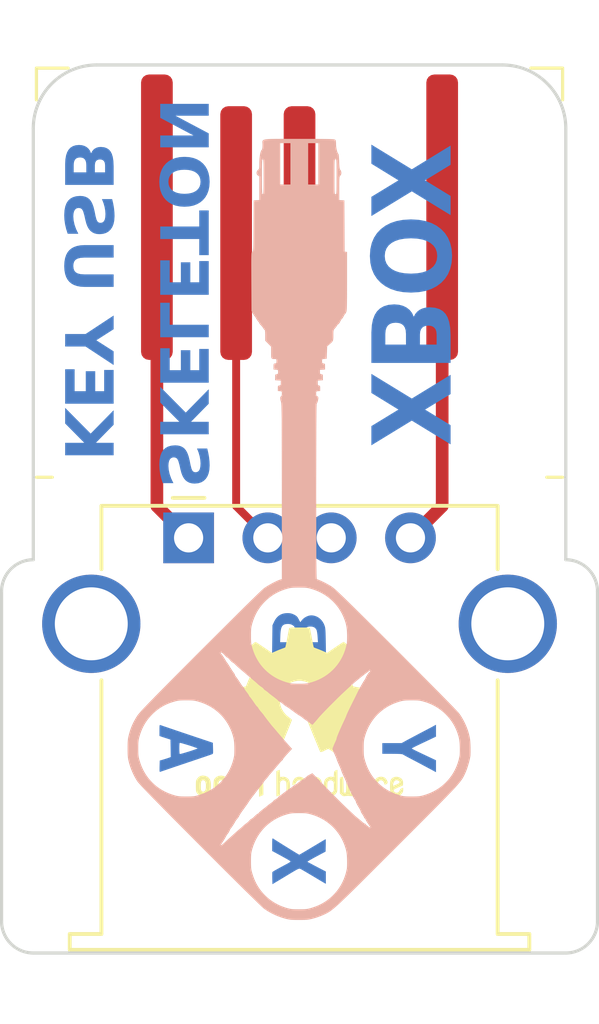
<source format=kicad_pcb>
(kicad_pcb (version 20240108) (generator "pcbnew") (generator_version "8.0")
  (title_block (title "Original Xbox front controller port USB adapter PCB"))
  (layers (0 "F.Cu" signal) (31 "B.Cu" signal) (34 "B.Paste" user) (35 "F.Paste" user) (36 "B.SilkS" user "B.Silkscreen") (37 "F.SilkS" user "F.Silkscreen") (38 "B.Mask" user) (39 "F.Mask" user) (44 "Edge.Cuts" user))
  (net 0 "")
  (net 2 "Net-(J1-D+)")
  (net 3 "Net-(J1-GND)")
  (net 4 "Net-(J1-VBUS)")
  (net 5 "Net-(J1-D-)")
  (footprint "Connector_USB:USB_A_Stewart_SS-52100-001_Horizontal" (layer "F.Cu") (at 227.4 137.81)
    (property "Reference" "J1" (hide yes))
    (property "Value" "Adapter USB")
  )
  (footprint "Symbol:OSHW-Logo2_7.3x6mm_SilkScreen" (layer "F.Cu") (at 230.9 143.4)
    (property "Reference" "REF**" (hide yes))
    (property "Value" "OSHW-Logo2_7.3x6mm_SilkScreen" (hide yes))
  )
  (footprint "OGXLibrary:ogx_front_panel_usb_male" (layer "F.Cu") (at 222.4 122.9)
    (property "Reference" "J2" (hide yes))
    (property "Value" "Xbox Front Panel USB")
  )
  (gr_poly (pts (xy 228.172429 144.503044) (xy 228.170838 144.446) (xy 228.165758 144.271587) (xy 228.004891 144.2174) (xy 227.192092 143.944773) (xy 226.722826 143.7856) (xy 226.573681 143.734747) (xy 226.511371 143.712786) (xy 226.506285 143.710911) (xy 226.501797 143.709846) (xy 226.497869 143.709769) (xy 226.494464 143.710855) (xy 226.491546 143.71328) (xy 226.489077 143.717222) (xy 226.487019 143.722854) (xy 226.485336 143.730355) (xy 226.483991 143.739899) (xy 226.482945 143.751664) (xy 226.481606 143.782557) (xy 226.481021 143.824444) (xy 226.480892 143.878733) (xy 226.480892 144.056533) (xy 226.528304 144.073467) (xy 226.540171 144.077955) (xy 226.556244 144.083653) (xy 226.598155 144.097808) (xy 226.64832 144.114186) (xy 226.701025 144.13104) (xy 226.828024 144.17168) (xy 226.833104 144.446) (xy 226.836491 144.72032) (xy 226.790771 144.738947) (xy 226.761852 144.749107) (xy 226.71944 144.763076) (xy 226.669089 144.778951) (xy 226.616358 144.794827) (xy 226.489358 144.83208) (xy 226.484278 145.01496) (xy 226.483708 145.045195) (xy 226.483286 145.071898) (xy 226.483043 145.095268) (xy 226.483008 145.115502) (xy 226.483078 145.124505) (xy 226.483212 145.132799) (xy 226.483412 145.140408) (xy 226.483683 145.147357) (xy 226.484028 145.153672) (xy 226.484452 145.159376) (xy 226.484957 145.164495) (xy 226.485548 145.169053) (xy 226.486228 145.173076) (xy 226.487001 145.176587) (xy 226.487871 145.179613) (xy 226.488344 145.180951) (xy 226.488842 145.182177) (xy 226.489366 145.183293) (xy 226.489917 145.184304) (xy 226.490494 145.185212) (xy 226.491099 145.18602) (xy 226.491732 145.186731) (xy 226.492393 145.187348) (xy 226.493083 145.187875) (xy 226.493803 145.188315) (xy 226.494552 145.18867) (xy 226.495331 145.188944) (xy 226.496142 145.18914) (xy 226.496983 145.189261) (xy 226.497856 145.18931) (xy 226.498761 145.18929) (xy 226.499698 145.189204) (xy 226.500669 145.189056) (xy 226.502711 145.188584) (xy 226.504891 145.187898) (xy 226.507212 145.187024) (xy 226.509678 145.185987) (xy 226.862526 145.065337) (xy 227.120971 144.978394) (xy 227.120971 144.625493) (xy 227.119428 144.623474) (xy 227.117976 144.619715) (xy 227.115345 144.607442) (xy 227.113087 144.589603) (xy 227.111208 144.567126) (xy 227.108618 144.511967) (xy 227.107636 144.449387) (xy 227.108321 144.386806) (xy 227.110732 144.331647) (xy 227.112603 144.30917) (xy 227.114929 144.291331) (xy 227.117716 144.279059) (xy 227.119284 144.2753) (xy 227.120971 144.27328) (xy 227.123665 144.273076) (xy 227.129104 144.273713) (xy 227.147615 144.277381) (xy 227.175294 144.284025) (xy 227.21093 144.293388) (xy 227.253313 144.305212) (xy 227.301232 144.319238) (xy 227.353477 144.335209) (xy 227.408838 144.352866) (xy 227.463894 144.370418) (xy 227.51528 144.387236) (xy 227.561863 144.402903) (xy 227.602513 144.417002) (xy 227.636098 144.429116) (xy 227.661488 144.43883) (xy 227.670757 144.442656) (xy 227.677552 144.445726) (xy 227.681733 144.447987) (xy 227.682799 144.448798) (xy 227.683158 144.449387) (xy 227.67703 144.453988) (xy 227.659696 144.461746) (xy 227.597697 144.484762) (xy 227.509743 144.514484) (xy 227.408415 144.546965) (xy 227.306292 144.578255) (xy 227.215957 144.604406) (xy 227.149989 144.621468) (xy 227.130075 144.625357) (xy 227.120971 144.625493) (xy 227.120971 144.978394) (xy 227.711945 144.779587) (xy 227.989863 144.685395) (xy 228.08461 144.652666) (xy 228.131891 144.635653) (xy 228.146414 144.629727) (xy 228.15227 144.626664) (xy 228.157265 144.623165) (xy 228.161456 144.618952) (xy 228.164901 144.613746) (xy 228.167657 144.60727) (xy 228.16978 144.599247) (xy 228.171327 144.589398) (xy 228.172356 144.577445) (xy 228.172924 144.563111) (xy 228.173087 144.546118)) (stroke (width -0.000001)) (fill solid) (layer "B.Cu"))
  (gr_poly (pts (xy 235.023402 144.7367) (xy 234.869124 144.664535) (xy 234.742627 144.604832) (xy 234.641688 144.556559) (xy 234.564086 144.518684) (xy 234.533342 144.503323) (xy 234.507598 144.490175) (xy 234.486576 144.47911) (xy 234.47 144.47) (xy 234.457591 144.462716) (xy 234.449072 144.457128) (xy 234.444164 144.453108) (xy 234.442977 144.451646) (xy 234.442589 144.450527) (xy 234.444108 144.447983) (xy 234.448863 144.444064) (xy 234.469286 144.43153) (xy 234.506258 144.411772) (xy 234.562181 144.38364) (xy 234.740484 144.29765) (xy 235.023402 144.164353) (xy 235.204589 144.077994) (xy 235.204589 143.702073) (xy 235.048802 143.78674) (xy 234.873331 143.87945) (xy 234.671189 143.98486) (xy 234.28511 144.189753) (xy 234.120856 144.281193) (xy 233.511256 144.281193) (xy 233.511256 144.61986) (xy 233.821136 144.61986) (xy 233.900981 144.620112) (xy 233.968403 144.620918) (xy 233.997742 144.621555) (xy 234.024317 144.62236) (xy 234.048242 144.623344) (xy 234.069633 144.624517) (xy 234.088603 144.625888) (xy 234.105266 144.627467) (xy 234.119736 144.629264) (xy 234.132128 144.63129) (xy 234.142555 144.633554) (xy 234.151131 144.636066) (xy 234.157971 144.638835) (xy 234.160776 144.64032) (xy 234.163189 144.641873) (xy 234.174295 144.64901) (xy 234.192982 144.659918) (xy 234.249127 144.69098) (xy 234.323686 144.730932) (xy 234.408723 144.775646) (xy 234.590545 144.871108) (xy 234.730456 144.94498) (xy 234.861689 145.015253) (xy 234.94334 145.058804) (xy 235.023402 145.100767) (xy 235.204589 145.19898) (xy 235.204589 144.82306)) (stroke (width -0.000001)) (fill solid) (layer "B.Cu"))
  (gr_poly (pts (xy 231.726838 141.053275) (xy 231.724384 140.927624) (xy 231.721811 140.829437) (xy 231.720343 140.789155) (xy 231.718682 140.753952) (xy 231.716773 140.723234) (xy 231.714561 140.696405) (xy 231.711992 140.67287) (xy 231.709011 140.652034) (xy 231.705564 140.633301) (xy 231.701596 140.616077) (xy 231.697053 140.599765) (xy 231.69188 140.583771) (xy 231.686022 140.5675) (xy 231.679424 140.550355) (xy 231.664498 140.517168) (xy 231.647721 140.485601) (xy 231.629187 140.455726) (xy 231.608992 140.427614) (xy 231.58723 140.401338) (xy 231.563993 140.37697) (xy 231.539378 140.354581) (xy 231.513478 140.334243) (xy 231.486387 140.316029) (xy 231.4582 140.300009) (xy 231.42901 140.286257) (xy 231.398913 140.274844) (xy 231.368002 140.265842) (xy 231.336372 140.259323) (xy 231.304117 140.255359) (xy 231.287784 140.254358) (xy 231.271331 140.254022) (xy 231.259844 140.254268) (xy 231.248257 140.254999) (xy 231.236586 140.256205) (xy 231.22485 140.257875) (xy 231.213067 140.259997) (xy 231.201255 140.262561) (xy 231.177616 140.268971) (xy 231.154075 140.277018) (xy 231.130778 140.286615) (xy 231.107867 140.297676) (xy 231.085488 140.310113) (xy 231.063783 140.323841) (xy 231.042897 140.338771) (xy 231.022973 140.354817) (xy 231.004155 140.371893) (xy 230.986587 140.389912) (xy 230.970414 140.408786) (xy 230.962895 140.418517) (xy 230.955778 140.428429) (xy 230.949082 140.438512) (xy 230.942824 140.448754) (xy 230.939738 140.453388) (xy 230.936789 140.457092) (xy 230.933913 140.459809) (xy 230.932484 140.460779) (xy 230.93105 140.461481) (xy 230.929604 140.461907) (xy 230.928138 140.462052) (xy 230.926644 140.461906) (xy 230.925114 140.461464) (xy 230.923541 140.460718) (xy 230.921916 140.459661) (xy 230.920233 140.458286) (xy 230.918483 140.456586) (xy 230.914752 140.452181) (xy 230.910661 140.44639) (xy 230.906149 140.439155) (xy 230.901152 140.430419) (xy 230.895611 140.420125) (xy 230.889461 140.408217) (xy 230.875091 140.379327) (xy 230.867094 140.363888) (xy 230.85953 140.349869) (xy 230.852279 140.337146) (xy 230.845219 140.325591) (xy 230.838229 140.315077) (xy 230.831187 140.305479) (xy 230.823971 140.29667) (xy 230.816459 140.288523) (xy 230.808531 140.280911) (xy 230.800065 140.273709) (xy 230.790939 140.26679) (xy 230.781032 140.260027) (xy 230.770221 140.253294) (xy 230.758387 140.246464) (xy 230.745406 140.239411) (xy 230.731158 140.232008) (xy 230.718069 140.225615) (xy 230.705424 140.219758) (xy 230.693151 140.214416) (xy 230.681178 140.209571) (xy 230.669433 140.205202) (xy 230.657845 140.20129) (xy 230.646341 140.197814) (xy 230.63485 140.194754) (xy 230.623298 140.192092) (xy 230.611616 140.189807) (xy 230.59973 140.187878) (xy 230.587568 140.186288) (xy 230.57506 140.185014) (xy 230.562132 140.184039) (xy 230.548713 140.183341) (xy 230.534731 140.182901) (xy 230.495909 140.183342) (xy 230.477139 140.184375) (xy 230.458789 140.185954) (xy 230.440853 140.188082) (xy 230.423326 140.190763) (xy 230.406201 140.194) (xy 230.389475 140.197797) (xy 230.37314 140.202157) (xy 230.357191 140.207084) (xy 230.341624 140.21258) (xy 230.326431 140.21865) (xy 230.311608 140.225296) (xy 230.297149 140.232523) (xy 230.283049 140.240333) (xy 230.269301 140.24873) (xy 230.255901 140.257717) (xy 230.242842 140.267298) (xy 230.230119 140.277476) (xy 230.217727 140.288255) (xy 230.20566 140.299638) (xy 230.193912 140.311628) (xy 230.182478 140.324229) (xy 230.171353 140.337444) (xy 230.160529 140.351277) (xy 230.150003 140.365731) (xy 230.139769 140.38081) (xy 230.12982 140.396516) (xy 230.110757 140.429826) (xy 230.092771 140.465688) (xy 230.045357 140.567288) (xy 230.040278 141.010942) (xy 230.033505 141.456288) (xy 230.287505 141.456288) (xy 230.287505 141.100688) (xy 230.294278 140.892408) (xy 230.296663 140.839726) (xy 230.300105 140.792025) (xy 230.304748 140.749086) (xy 230.307564 140.729335) (xy 230.310735 140.710692) (xy 230.314277 140.693131) (xy 230.31821 140.676624) (xy 230.322551 140.661144) (xy 230.327318 140.646663) (xy 230.332528 140.633155) (xy 230.338201 140.620592) (xy 230.344354 140.608946) (xy 230.351004 140.598191) (xy 230.358171 140.5883) (xy 230.365872 140.579244) (xy 230.374124 140.570997) (xy 230.382946 140.563531) (xy 230.392357 140.556819) (xy 230.402373 140.550834) (xy 230.413012 140.545549) (xy 230.424294 140.540936) (xy 230.436236 140.536967) (xy 230.448855 140.533617) (xy 230.46217 140.530856) (xy 230.476199 140.528659) (xy 230.490959 140.526998) (xy 230.50647 140.525845) (xy 230.522748 140.525173) (xy 230.539811 140.524955) (xy 230.549281 140.525098) (xy 230.558636 140.525525) (xy 230.56787 140.526233) (xy 230.576979 140.527217) (xy 230.585956 140.528474) (xy 230.594796 140.53) (xy 230.603493 140.531792) (xy 230.612042 140.533845) (xy 230.620438 140.536156) (xy 230.628674 140.538721) (xy 230.636745 140.541537) (xy 230.644646 140.5446) (xy 230.65237 140.547906) (xy 230.659913 140.551451) (xy 230.667268 140.555232) (xy 230.674431 140.559245) (xy 230.681395 140.563486) (xy 230.688156 140.567951) (xy 230.694706 140.572637) (xy 230.701042 140.57754) (xy 230.707156 140.582657) (xy 230.713045 140.587983) (xy 230.718701 140.593515) (xy 230.72412 140.599249) (xy 230.729296 140.605182) (xy 230.734223 140.611309) (xy 230.738896 140.617628) (xy 230.743309 140.624134) (xy 230.747456 140.630823) (xy 230.751333 140.637692) (xy 230.754933 140.644737) (xy 230.758251 140.651955) (xy 230.761029 140.659774) (xy 230.763645 140.668633) (xy 230.768385 140.689499) (xy 230.772449 140.714611) (xy 230.775819 140.74403) (xy 230.778475 140.777814) (xy 230.780397 140.816023) (xy 230.781564 140.858717) (xy 230.781958 140.905955) (xy 230.781958 141.100688) (xy 230.287505 141.100688) (xy 230.287505 141.456288) (xy 231.015638 141.456288) (xy 231.015638 141.100688) (xy 231.022411 140.934742) (xy 231.024903 140.890832) (xy 231.028616 140.850479) (xy 231.030951 140.831606) (xy 231.033618 140.813588) (xy 231.036625 140.796412) (xy 231.03998 140.780066) (xy 231.043692 140.764539) (xy 231.04777 140.749818) (xy 231.052223 140.735893) (xy 231.057058 140.722751) (xy 231.062286 140.71038) (xy 231.067915 140.698769) (xy 231.073952 140.687905) (xy 231.080408 140.677778) (xy 231.08729 140.668375) (xy 231.094608 140.659685) (xy 231.102369 140.651695) (xy 231.110584 140.644394) (xy 231.119259 140.637771) (xy 231.128405 140.631812) (xy 231.138029 140.626508) (xy 231.148141 140.621845) (xy 231.158749 140.617812) (xy 231.169862 140.614398) (xy 231.181488 140.61159) (xy 231.193636 140.609377) (xy 231.206315 140.607746) (xy 231.219534 140.606687) (xy 231.233301 140.606187) (xy 231.247624 140.606235) (xy 231.264097 140.606632) (xy 231.272069 140.607129) (xy 231.279867 140.607825) (xy 231.287493 140.608722) (xy 231.294948 140.609818) (xy 231.302234 140.611114) (xy 231.309352 140.612611) (xy 231.316304 140.614309) (xy 231.323091 140.616208) (xy 231.329715 140.618309) (xy 231.336177 140.620611) (xy 231.34248 140.623116) (xy 231.348624 140.625823) (xy 231.354611 140.628733) (xy 231.360443 140.631846) (xy 231.366121 140.635163) (xy 231.371647 140.638683) (xy 231.377022 140.642407) (xy 231.382248 140.646335) (xy 231.387326 140.650468) (xy 231.392259 140.654806) (xy 231.397046 140.65935) (xy 231.401691 140.664099) (xy 231.406195 140.669053) (xy 231.410559 140.674214) (xy 231.414784 140.679582) (xy 231.418873 140.685156) (xy 231.422826 140.690937) (xy 231.426646 140.696926) (xy 231.430334 140.703123) (xy 231.433891 140.709527) (xy 231.436467 140.715683) (xy 231.4391 140.723292) (xy 231.444448 140.742495) (xy 231.449756 140.76638) (xy 231.454846 140.794195) (xy 231.459539 140.825184) (xy 231.463657 140.858594) (xy 231.46702 140.893671) (xy 231.469451 140.92966) (xy 231.481305 141.100688) (xy 231.015638 141.100688) (xy 231.015638 141.456288) (xy 231.733611 141.456288)) (stroke (width -0.000001)) (fill solid) (layer "B.Cu"))
  (gr_poly (pts (xy 231.447438 148.183187) (xy 231.335651 148.124978) (xy 231.242756 148.07566) (xy 231.20632 148.055922) (xy 231.178118 148.040311) (xy 231.159323 148.029464) (xy 231.153819 148.026024) (xy 231.151105 148.024013) (xy 231.150854 148.023181) (xy 231.151359 148.021963) (xy 231.154567 148.018411) (xy 231.169281 148.007133) (xy 231.194116 147.990854) (xy 231.227939 147.97025) (xy 231.269621 147.945994) (xy 231.31803 147.918762) (xy 231.372035 147.889228) (xy 231.430505 147.858067) (xy 231.721758 147.70228) (xy 231.726838 147.507546) (xy 231.727737 147.431135) (xy 231.72785 147.397771) (xy 231.727684 147.368693) (xy 231.727201 147.344695) (xy 231.726361 147.326571) (xy 231.725795 147.31996) (xy 231.725124 147.315115) (xy 231.724345 147.312135) (xy 231.723912 147.311376) (xy 231.723451 147.31112) (xy 231.713331 147.316114) (xy 231.687891 147.330434) (xy 231.597721 147.383087) (xy 231.306891 147.556653) (xy 231.147506 147.652168) (xy 231.016061 147.73022) (xy 230.925891 147.782872) (xy 230.900451 147.797193) (xy 230.893372 147.800917) (xy 230.890331 147.802187) (xy 230.803495 147.750884) (xy 230.603311 147.627985) (xy 230.365027 147.480003) (xy 230.163891 147.353453) (xy 230.098063 147.312178) (xy 230.073166 147.296541) (xy 230.058905 147.287413) (xy 230.055867 147.286158) (xy 230.053097 147.286259) (xy 230.050585 147.287804) (xy 230.048322 147.290879) (xy 230.046296 147.295572) (xy 230.044498 147.301968) (xy 230.042919 147.310156) (xy 230.041548 147.320221) (xy 230.039392 147.346332) (xy 230.03795 147.380996) (xy 230.037143 147.424907) (xy 230.036891 147.47876) (xy 230.036891 147.683653) (xy 230.118171 147.72768) (xy 230.258189 147.803595) (xy 230.370266 147.864787) (xy 230.41672 147.89037) (xy 230.457261 147.912881) (xy 230.492246 147.932526) (xy 230.522031 147.949506) (xy 230.546975 147.964026) (xy 230.567434 147.976289) (xy 230.583765 147.986498) (xy 230.596326 147.994856) (xy 230.605474 148.001567) (xy 230.60888 148.004369) (xy 230.611566 148.006835) (xy 230.613578 148.008991) (xy 230.614959 148.010863) (xy 230.615756 148.012475) (xy 230.616011 148.013853) (xy 230.615883 148.014711) (xy 230.615503 148.015693) (xy 230.61401 148.018014) (xy 230.61158 148.020781) (xy 230.608259 148.02396) (xy 230.604095 148.027516) (xy 230.599134 148.031415) (xy 230.587013 148.0401) (xy 230.572272 148.049737) (xy 230.555289 148.060049) (xy 230.536441 148.070758) (xy 230.516105 148.081586) (xy 230.386694 148.150801) (xy 230.282504 148.206999) (xy 230.200976 148.251608) (xy 230.16791 148.270013) (xy 230.13955 148.286056) (xy 230.115575 148.299917) (xy 230.095665 148.311774) (xy 230.079501 148.321805) (xy 230.066763 148.330189) (xy 230.05713 148.337105) (xy 230.053378 148.340068) (xy 230.050282 148.34273) (xy 230.047803 148.345115) (xy 230.0459 148.347245) (xy 230.044534 148.349141) (xy 230.043664 148.350827) (xy 230.04277 148.353945) (xy 230.041991 148.358787) (xy 230.040754 148.373237) (xy 230.039914 148.393362) (xy 230.039431 148.418348) (xy 230.039378 148.479652) (xy 230.040278 148.55064) (xy 230.045357 148.730133) (xy 230.465305 148.477827) (xy 230.602557 148.395081) (xy 230.658439 148.361648) (xy 230.70671 148.333073) (xy 230.7282 148.320506) (xy 230.748037 148.309033) (xy 230.766303 148.298611) (xy 230.783082 148.289202) (xy 230.798458 148.280763) (xy 230.812512 148.273255) (xy 230.825329 148.266637) (xy 230.836991 148.260868) (xy 230.847582 148.255908) (xy 230.857184 148.251716) (xy 230.865881 148.248251) (xy 230.873755 148.245473) (xy 230.88089 148.243341) (xy 230.887369 148.241814) (xy 230.890389 148.241266) (xy 230.893276 148.240853) (xy 230.89604 148.240571) (xy 230.898692 148.240416) (xy 230.901242 148.240381) (xy 230.903701 148.240462) (xy 230.90608 148.240654) (xy 230.908387 148.240952) (xy 230.912832 148.241844) (xy 230.91712 148.243098) (xy 230.921333 148.244673) (xy 230.925555 148.246529) (xy 230.934358 148.25092) (xy 230.979892 148.276346) (xy 231.067496 148.327331) (xy 231.318745 148.476133) (xy 231.451989 148.556275) (xy 231.566818 148.624511) (xy 231.651167 148.674015) (xy 231.692971 148.69796) (xy 231.730224 148.71828) (xy 231.730224 148.330506)) (stroke (width -0.000001)) (fill solid) (layer "B.Cu"))
  (gr_poly (pts (xy 236.295451 144.407054) (xy 236.293338 144.339707) (xy 236.290609 144.281032) (xy 236.286967 144.228906) (xy 236.282116 144.181205) (xy 236.279143 144.158351) (xy 236.275756 144.135806) (xy 236.26759 144.090585) (xy 236.257321 144.04342) (xy 236.244651 143.992187) (xy 236.233115 143.950244) (xy 236.220151 143.907709) (xy 236.205837 143.864741) (xy 236.190253 143.821504) (xy 236.173478 143.778157) (xy 236.155592 143.734863) (xy 236.136674 143.691782) (xy 236.116804 143.649075) (xy 236.096061 143.606904) (xy 236.074524 143.56543) (xy 236.052272 143.524815) (xy 236.029386 143.485219) (xy 236.005944 143.446803) (xy 235.982025 143.40973) (xy 235.95771 143.374159) (xy 235.933077 143.340253) (xy 235.759723 143.15359) (xy 235.352688 142.737215) (xy 233.936637 141.315026) (xy 233.375922 140.755813) (xy 232.933258 140.315404) (xy 232.593345 139.978937) (xy 232.340883 139.731549) (xy 232.242665 139.636614) (xy 232.160572 139.558376) (xy 232.092693 139.494975) (xy 232.037114 139.444555) (xy 231.991924 139.405258) (xy 231.955209 139.375225) (xy 231.925058 139.352598) (xy 231.899558 139.335521) (xy 231.872063 139.318538) (xy 231.842001 139.300781) (xy 231.776288 139.263977) (xy 231.706647 139.227174) (xy 231.637303 139.192434) (xy 231.572483 139.161822) (xy 231.516415 139.137401) (xy 231.492983 139.128157) (xy 231.473324 139.121235) (xy 231.457966 139.116892) (xy 231.447438 139.115388) (xy 231.44163 139.086783) (xy 231.436855 138.992594) (xy 231.430081 138.557222) (xy 231.425424 136.346787) (xy 231.429658 134.391622) (xy 231.433997 133.796707) (xy 231.438971 133.578188) (xy 231.440766 133.577851) (xy 231.442649 133.576861) (xy 231.444613 133.57525) (xy 231.446647 133.573049) (xy 231.450889 133.567004) (xy 231.455296 133.558979) (xy 231.459793 133.549229) (xy 231.464302 133.538004) (xy 231.468746 133.52556) (xy 231.473049 133.512148) (xy 231.477134 133.498022) (xy 231.480924 133.483434) (xy 231.484342 133.468638) (xy 231.48731 133.453887) (xy 231.489753 133.439433) (xy 231.491593 133.42553) (xy 231.492754 133.412431) (xy 231.493158 133.400388) (xy 231.493038 133.394831) (xy 231.492675 133.389586) (xy 231.492401 133.38708) (xy 231.492064 133.384649) (xy 231.491664 133.382295) (xy 231.4912 133.380015) (xy 231.490671 133.37781) (xy 231.490078 133.375678) (xy 231.489418 133.37362) (xy 231.488693 133.371634) (xy 231.4879 133.36972) (xy 231.48704 133.367878) (xy 231.486112 133.366106) (xy 231.485114 133.364404) (xy 231.484048 133.362772) (xy 231.482911 133.361209) (xy 231.481703 133.359713) (xy 231.480425 133.358286) (xy 231.479074 133.356925) (xy 231.477651 133.355631) (xy 231.476154 133.354402) (xy 231.474584 133.353239) (xy 231.472939 133.35214) (xy 231.471219 133.351105) (xy 231.469424 133.350133) (xy 231.467553 133.349224) (xy 231.465604 133.348376) (xy 231.463578 133.347591) (xy 231.461474 133.346866) (xy 231.459291 133.346201) (xy 231.454446 133.344804) (xy 231.450057 133.343122) (xy 231.446105 133.341107) (xy 231.442569 133.338713) (xy 231.439431 133.335892) (xy 231.436669 133.332598) (xy 231.434265 133.328782) (xy 231.432198 133.324399) (xy 231.430448 133.3194) (xy 231.428996 133.31374) (xy 231.427822 133.307369) (xy 231.426906 133.300243) (xy 231.426228 133.292312) (xy 231.425768 133.283531) (xy 231.425507 133.273852) (xy 231.425424 133.263228) (xy 231.42555 133.23967) (xy 231.425849 133.230065) (xy 231.42643 133.221768) (xy 231.426856 133.218076) (xy 231.427388 133.214671) (xy 231.428038 133.211539) (xy 231.428818 133.208668) (xy 231.429739 133.206043) (xy 231.430813 133.203652) (xy 231.432052 133.201481) (xy 231.433468 133.199516) (xy 231.435072 133.197745) (xy 231.436877 133.196155) (xy 231.438894 133.194731) (xy 231.441134 133.193461) (xy 231.44361 133.19233) (xy 231.446334 133.191327) (xy 231.449317 133.190437) (xy 231.452571 133.189647) (xy 231.459939 133.188315) (xy 231.468532 133.187223) (xy 231.478445 133.186265) (xy 231.489771 133.185335) (xy 231.552424 133.180254) (xy 231.552424 133.095588) (xy 231.552359 133.082357) (xy 231.552143 133.070548) (xy 231.551743 133.060073) (xy 231.551465 133.055309) (xy 231.551128 133.050846) (xy 231.550729 133.046674) (xy 231.550264 133.04278) (xy 231.549729 133.039156) (xy 231.54912 133.035788) (xy 231.548433 133.032668) (xy 231.547664 133.029784) (xy 231.546808 133.027124) (xy 231.545863 133.024679) (xy 231.544823 133.022438) (xy 231.543684 133.020389) (xy 231.542444 133.018521) (xy 231.541097 133.016825) (xy 231.53964 133.015288) (xy 231.538068 133.013901) (xy 231.536378 133.012652) (xy 231.534565 133.01153) (xy 231.532626 133.010525) (xy 231.530556 133.009625) (xy 231.528352 133.008821) (xy 231.526009 133.0081) (xy 231.523524 133.007453) (xy 231.520892 133.006868) (xy 231.515171 133.005841) (xy 231.509153 133.004817) (xy 231.503774 133.003602) (xy 231.499001 133.002124) (xy 231.494798 133.000311) (xy 231.4929 132.999256) (xy 231.491131 132.998091) (xy 231.489488 132.996806) (xy 231.487965 132.995393) (xy 231.486559 132.993842) (xy 231.485266 132.992144) (xy 231.48408 132.990291) (xy 231.482998 132.988272) (xy 231.482015 132.986081) (xy 231.481127 132.983706) (xy 231.479618 132.978374) (xy 231.478436 132.972203) (xy 231.477547 132.965122) (xy 231.476916 132.957058) (xy 231.476509 132.947941) (xy 231.476289 132.937697) (xy 231.476224 132.926255) (xy 231.476224 132.851747) (xy 231.557505 132.846667) (xy 231.637091 132.841587) (xy 231.637091 132.748454) (xy 231.637061 132.732617) (xy 231.636932 132.718675) (xy 231.636645 132.706499) (xy 231.636139 132.69596) (xy 231.635785 132.691265) (xy 231.635355 132.68693) (xy 231.63484 132.68294) (xy 231.634233 132.679278) (xy 231.633528 132.67593) (xy 231.632715 132.672877) (xy 231.631789 132.670105) (xy 231.630741 132.667597) (xy 231.629564 132.665337) (xy 231.628251 132.663309) (xy 231.626793 132.661497) (xy 231.625185 132.659884) (xy 231.623417 132.658456) (xy 231.621484 132.657194) (xy 231.619377 132.656084) (xy 231.617088 132.655109) (xy 231.614612 132.654253) (xy 231.611939 132.6535) (xy 231.609063 132.652833) (xy 231.605976 132.652238) (xy 231.59914 132.651195) (xy 231.591371 132.65024) (xy 231.583862 132.649256) (xy 231.57718 132.648157) (xy 231.571276 132.64687) (xy 231.566103 132.64532) (xy 231.563777 132.644423) (xy 231.561616 132.643432) (xy 231.559614 132.642339) (xy 231.557766 132.641133) (xy 231.556065 132.639806) (xy 231.554506 132.638348) (xy 231.553083 132.636749) (xy 231.551789 132.635001) (xy 231.55062 132.633095) (xy 231.549569 132.63102) (xy 231.54863 132.628768) (xy 231.547798 132.62633) (xy 231.547065 132.623695) (xy 231.546428 132.620855) (xy 231.545413 132.614522) (xy 231.544706 132.607257) (xy 231.544259 132.598985) (xy 231.544025 132.589631) (xy 231.543958 132.579121) (xy 231.543958 132.513081) (xy 231.625238 132.508) (xy 231.704824 132.502921) (xy 231.704824 132.409788) (xy 231.704795 132.39395) (xy 231.704666 132.380008) (xy 231.704378 132.367833) (xy 231.703872 132.357294) (xy 231.703518 132.352598) (xy 231.703088 132.348263) (xy 231.702573 132.344273) (xy 231.701967 132.340612) (xy 231.701261 132.337263) (xy 231.700449 132.334211) (xy 231.699522 132.331438) (xy 231.698474 132.328931) (xy 231.697297 132.326671) (xy 231.695984 132.324643) (xy 231.694527 132.322831) (xy 231.692918 132.321218) (xy 231.691151 132.319789) (xy 231.689217 132.318528) (xy 231.68711 132.317417) (xy 231.684822 132.316442) (xy 231.682345 132.315587) (xy 231.679673 132.314834) (xy 231.676797 132.314167) (xy 231.67371 132.313572) (xy 231.666874 132.312528) (xy 231.659105 132.311574) (xy 231.651596 132.31059) (xy 231.644913 132.309491) (xy 231.639009 132.308203) (xy 231.633837 132.306653) (xy 231.63151 132.305756) (xy 231.629349 132.304765) (xy 231.627347 132.303672) (xy 231.625499 132.302466) (xy 231.623798 132.301139) (xy 231.622239 132.29968) (xy 231.620816 132.298082) (xy 231.619523 132.296334) (xy 231.618353 132.294428) (xy 231.617302 132.292353) (xy 231.616363 132.290101) (xy 231.615531 132.287663) (xy 231.614799 132.285028) (xy 231.614161 132.282188) (xy 231.613146 132.275856) (xy 231.612439 132.26859) (xy 231.611992 132.260318) (xy 231.611758 132.250964) (xy 231.611691 132.240455) (xy 231.611833 132.218646) (xy 231.612171 132.209803) (xy 231.612829 132.202195) (xy 231.613311 132.198822) (xy 231.613913 132.195719) (xy 231.614649 132.192872) (xy 231.615531 132.190269) (xy 231.616573 132.187897) (xy 231.617788 132.185742) (xy 231.619191 132.183792) (xy 231.620793 132.182034) (xy 231.622608 132.180454) (xy 231.62465 132.17904) (xy 231.626932 132.177778) (xy 231.629468 132.176656) (xy 231.63227 132.17566) (xy 231.635352 132.174778) (xy 231.638727 132.173997) (xy 231.642409 132.173302) (xy 231.650747 132.172124) (xy 231.660471 132.171139) (xy 231.684505 132.169334) (xy 231.755624 132.164255) (xy 231.764091 131.967828) (xy 231.772558 131.7714) (xy 231.830131 131.722296) (xy 231.874918 131.684347) (xy 231.893093 131.668188) (xy 231.908712 131.653344) (xy 231.92197 131.639393) (xy 231.93306 131.625913) (xy 231.937853 131.619219) (xy 231.942176 131.612483) (xy 231.946054 131.605655) (xy 231.949511 131.598681) (xy 231.952571 131.591509) (xy 231.955258 131.584085) (xy 231.957597 131.576358) (xy 231.959611 131.568274) (xy 231.962764 131.550825) (xy 231.96491 131.531318) (xy 231.966242 131.50933) (xy 231.966954 131.48444) (xy 231.967291 131.424267) (xy 231.967339 131.397259) (xy 231.967516 131.373222) (xy 231.967871 131.351914) (xy 231.968455 131.333091) (xy 231.969317 131.316511) (xy 231.969867 131.308986) (xy 231.970506 131.30193) (xy 231.971238 131.295313) (xy 231.972072 131.289105) (xy 231.973012 131.283276) (xy 231.974064 131.277794) (xy 231.975236 131.272629) (xy 231.976533 131.267752) (xy 231.977962 131.263131) (xy 231.979528 131.258737) (xy 231.981238 131.254539) (xy 231.983098 131.250506) (xy 231.985115 131.246609) (xy 231.987294 131.242816) (xy 231.989641 131.239097) (xy 231.992163 131.235423) (xy 231.994867 131.231763) (xy 231.997758 131.228085) (xy 232.004126 131.220558) (xy 232.011318 131.2126) (xy 232.020555 131.202347) (xy 232.030288 131.190904) (xy 232.035024 131.185069) (xy 232.035024 126.974188) (xy 232.029063 126.973923) (xy 232.023846 126.972627) (xy 232.019323 126.969544) (xy 232.015445 126.963922) (xy 232.012163 126.955005) (xy 232.009426 126.942041) (xy 232.005391 126.900951) (xy 232.002943 126.83462) (xy 232.001687 126.737015) (xy 232.001157 126.423855) (xy 232.001224 126.245605) (xy 232.001381 126.173109) (xy 232.001687 126.110693) (xy 232.001911 126.08303) (xy 232.002191 126.057605) (xy 232.002533 126.034322) (xy 232.002943 126.013089) (xy 232.003428 125.99381) (xy 232.003993 125.976391) (xy 232.004646 125.960738) (xy 232.005391 125.946758) (xy 232.006235 125.934355) (xy 232.007185 125.923435) (xy 232.008246 125.913904) (xy 232.008821 125.90963) (xy 232.009426 125.905668) (xy 232.010062 125.902006) (xy 232.010729 125.898633) (xy 232.011429 125.895536) (xy 232.012163 125.892704) (xy 232.01293 125.890124) (xy 232.013732 125.887787) (xy 232.014571 125.885678) (xy 232.015445 125.883787) (xy 232.016357 125.882102) (xy 232.017306 125.880611) (xy 232.018295 125.879303) (xy 232.019323 125.878165) (xy 232.020391 125.877186) (xy 232.021501 125.876353) (xy 232.022652 125.875656) (xy 232.023846 125.875083) (xy 232.025083 125.87462) (xy 232.026364 125.874258) (xy 232.027691 125.873984) (xy 232.029063 125.873786) (xy 232.031947 125.873572) (xy 232.035024 125.873522) (xy 232.040986 125.873786) (xy 232.046203 125.875083) (xy 232.050726 125.878165) (xy 232.054603 125.883787) (xy 232.057886 125.892704) (xy 232.060623 125.905668) (xy 232.064657 125.946758) (xy 232.067105 126.013089) (xy 232.068362 126.110693) (xy 232.068891 126.423855) (xy 232.068825 126.602104) (xy 232.068668 126.6746) (xy 232.068362 126.737015) (xy 232.068137 126.764678) (xy 232.067857 126.790104) (xy 232.067515 126.813386) (xy 232.067105 126.83462) (xy 232.06662 126.853899) (xy 232.066055 126.871318) (xy 232.065403 126.88697) (xy 232.064657 126.900951) (xy 232.063813 126.913354) (xy 232.062863 126.924274) (xy 232.061802 126.933805) (xy 232.061227 126.938079) (xy 232.060623 126.942041) (xy 232.059987 126.945703) (xy 232.059319 126.949076) (xy 232.058619 126.952173) (xy 232.057886 126.955005) (xy 232.057118 126.957584) (xy 232.056316 126.959922) (xy 232.055478 126.962031) (xy 232.054603 126.963922) (xy 232.053692 126.965607) (xy 232.052742 126.967098) (xy 232.051754 126.968406) (xy 232.050726 126.969544) (xy 232.049657 126.970523) (xy 232.048548 126.971356) (xy 232.047397 126.972053) (xy 232.046203 126.972627) (xy 232.044966 126.973089) (xy 232.043684 126.973451) (xy 232.042358 126.973725) (xy 232.040986 126.973923) (xy 232.038101 126.974137) (xy 232.035024 126.974188) (xy 232.035024 131.185069) (xy 232.04022 131.178667) (xy 232.050053 131.166034) (xy 232.059488 131.1534) (xy 232.06823 131.141163) (xy 232.075979 131.12972) (xy 232.082438 131.119467) (xy 232.085351 131.11447) (xy 232.088361 131.109651) (xy 232.091446 131.10503) (xy 232.094582 131.100628) (xy 232.097749 131.096465) (xy 232.100922 131.092559) (xy 232.104081 131.088931) (xy 232.107203 131.0856) (xy 232.110265 131.082588) (xy 232.113245 131.079912) (xy 232.116121 131.077594) (xy 232.118871 131.075652) (xy 232.120191 131.074829) (xy 232.121471 131.074108) (xy 232.122709 131.073491) (xy 232.123901 131.07298) (xy 232.125045 131.072579) (xy 232.126137 131.072289) (xy 232.127176 131.072113) (xy 232.128158 131.072054) (xy 232.129005 131.071941) (xy 232.129958 131.071606) (xy 232.132159 131.070291) (xy 232.134728 131.068159) (xy 232.13763 131.065254) (xy 232.140829 131.061626) (xy 232.144291 131.05732) (xy 232.147981 131.052384) (xy 232.151864 131.046866) (xy 232.160073 131.034268) (xy 232.168639 131.019905) (xy 232.177284 131.004152) (xy 232.185731 130.987388) (xy 232.190172 130.978623) (xy 232.194588 130.970137) (xy 232.198954 130.961968) (xy 232.203246 130.954156) (xy 232.207439 130.946741) (xy 232.211508 130.939763) (xy 232.215428 130.93326) (xy 232.219174 130.927274) (xy 232.222722 130.921844) (xy 232.226047 130.917009) (xy 232.229123 130.912808) (xy 232.231927 130.909283) (xy 232.234433 130.906472) (xy 232.235567 130.905346) (xy 232.236617 130.904415) (xy 232.23758 130.903681) (xy 232.238453 130.903151) (xy 232.239233 130.90283) (xy 232.239917 130.902721) (xy 232.240601 130.902623) (xy 232.241381 130.902331) (xy 232.243212 130.901183) (xy 232.24538 130.899317) (xy 232.247855 130.896768) (xy 232.250608 130.893574) (xy 232.25361 130.889773) (xy 232.256829 130.885401) (xy 232.260238 130.880496) (xy 232.2675 130.869235) (xy 232.27516 130.856287) (xy 232.282978 130.84195) (xy 232.290718 130.826522) (xy 232.294543 130.818689) (xy 232.298381 130.811093) (xy 232.302203 130.803769) (xy 232.305984 130.796756) (xy 232.309695 130.790089) (xy 232.31331 130.783808) (xy 232.3168 130.777948) (xy 232.320139 130.772546) (xy 232.3233 130.767641) (xy 232.326255 130.76327) (xy 232.328976 130.759468) (xy 232.331437 130.756275) (xy 232.33361 130.753726) (xy 232.335469 130.75186) (xy 232.336271 130.751194) (xy 232.336985 130.750713) (xy 232.337606 130.75042) (xy 232.338131 130.750322) (xy 232.33879 130.750248) (xy 232.339498 130.750029) (xy 232.341048 130.749171) (xy 232.342767 130.747777) (xy 232.34464 130.745877) (xy 232.346652 130.7435) (xy 232.348787 130.740678) (xy 232.351032 130.737438) (xy 232.353371 130.733812) (xy 232.358273 130.725517) (xy 232.363372 130.716031) (xy 232.368552 130.705593) (xy 232.373691 130.694441) (xy 232.381103 130.671419) (xy 232.386947 130.632502) (xy 232.391401 130.57148) (xy 232.394646 130.48214) (xy 232.398218 130.193664) (xy 232.399091 129.717387) (xy 232.399091 128.794521) (xy 232.361838 128.789441) (xy 232.322891 128.784362) (xy 232.319505 127.97664) (xy 232.314424 127.168921) (xy 232.234838 127.163841) (xy 232.153558 127.158762) (xy 232.153558 126.789614) (xy 232.153693 126.673959) (xy 232.153926 126.626298) (xy 232.154325 126.584774) (xy 232.154932 126.548906) (xy 232.15579 126.518212) (xy 232.156326 126.504655) (xy 232.156941 126.492211) (xy 232.157639 126.48082) (xy 232.158426 126.470421) (xy 232.159307 126.460956) (xy 232.160288 126.452363) (xy 232.161374 126.444582) (xy 232.16257 126.437554) (xy 232.163881 126.431217) (xy 232.165313 126.425513) (xy 232.166871 126.42038) (xy 232.168559 126.415759) (xy 232.170385 126.411589) (xy 232.172352 126.407811) (xy 232.174466 126.404363) (xy 232.176732 126.401187) (xy 232.179155 126.398222) (xy 232.181742 126.395407) (xy 232.184496 126.392683) (xy 232.187424 126.389989) (xy 232.191274 126.386196) (xy 232.194885 126.382131) (xy 232.198256 126.37781) (xy 232.201388 126.373247) (xy 232.204278 126.368458) (xy 232.206928 126.363459) (xy 232.209336 126.358266) (xy 232.211501 126.352893) (xy 232.215102 126.341672) (xy 232.217726 126.329921) (xy 232.219367 126.317762) (xy 232.220021 126.305321) (xy 232.219683 126.292721) (xy 232.218348 126.280087) (xy 232.21601 126.267542) (xy 232.212666 126.25521) (xy 232.208309 126.243215) (xy 232.20575 126.237383) (xy 232.202936 126.231682) (xy 232.199866 126.226127) (xy 232.19654 126.220734) (xy 232.192958 126.215518) (xy 232.189118 126.210496) (xy 232.184569 126.203994) (xy 232.18043 126.197058) (xy 232.176672 126.189492) (xy 232.173269 126.1811) (xy 232.170194 126.171686) (xy 232.167419 126.161054) (xy 232.164916 126.149008) (xy 232.162659 126.135353) (xy 232.158773 126.102428) (xy 232.155542 126.060713) (xy 232.152748 126.00864) (xy 232.150171 125.944641) (xy 232.1486 125.899242) (xy 232.146493 125.856403) (xy 232.14395 125.817096) (xy 232.141069 125.782293) (xy 232.137951 125.752967) (xy 232.136333 125.740662) (xy 232.134693 125.73009) (xy 232.133043 125.721374) (xy 232.131395 125.714635) (xy 232.129763 125.709994) (xy 232.128956 125.708499) (xy 232.128158 125.707574) (xy 232.121442 125.70123) (xy 232.114674 125.691907) (xy 232.107921 125.679881) (xy 232.101249 125.665426) (xy 232.094727 125.648818) (xy 232.08842 125.630332) (xy 232.082397 125.610244) (xy 232.076722 125.588829) (xy 232.071465 125.566363) (xy 232.066691 125.54312) (xy 232.062468 125.519375) (xy 232.058863 125.495406) (xy 232.055942 125.471485) (xy 232.053773 125.44789) (xy 232.052423 125.424895) (xy 232.051958 125.402775) (xy 232.051876 125.387112) (xy 232.051627 125.372486) (xy 232.051199 125.358863) (xy 232.050582 125.346206) (xy 232.049767 125.334483) (xy 232.048743 125.323657) (xy 232.047501 125.313694) (xy 232.046031 125.304561) (xy 232.044323 125.29622) (xy 232.042366 125.288639) (xy 232.040152 125.281783) (xy 232.038945 125.278615) (xy 232.03767 125.275616) (xy 232.036325 125.27278) (xy 232.03491 125.270103) (xy 232.033423 125.267582) (xy 232.031862 125.265211) (xy 232.030228 125.262987) (xy 232.028517 125.260905) (xy 232.02673 125.25896) (xy 232.024864 125.257149) (xy 232.009647 125.249178) (xy 231.975837 125.242914) (xy 231.914523 125.238158) (xy 231.816796 125.234712) (xy 231.476462 125.230955) (xy 230.883557 125.230055) (xy 230.46459 125.229529) (xy 230.299407 125.229441) (xy 230.160716 125.229976) (xy 230.046234 125.231512) (xy 229.997359 125.232775) (xy 229.95368 125.234431) (xy 229.914912 125.236527) (xy 229.88077 125.23911) (xy 229.85097 125.242229) (xy 229.825224 125.24593) (xy 229.80325 125.250262) (xy 229.78476 125.25527) (xy 229.776733 125.258044) (xy 229.76947 125.261004) (xy 229.762935 125.264158) (xy 229.757094 125.26751) (xy 229.75191 125.271068) (xy 229.747348 125.274836) (xy 229.743372 125.278821) (xy 229.739946 125.283029) (xy 229.737035 125.287466) (xy 229.734603 125.292137) (xy 229.732614 125.297049) (xy 229.731033 125.302207) (xy 229.728951 125.313286) (xy 229.728073 125.325423) (xy 229.728112 125.338664) (xy 229.728784 125.353057) (xy 229.730884 125.385488) (xy 229.731742 125.403621) (xy 229.732091 125.423095) (xy 229.73201 125.439392) (xy 229.731764 125.454646) (xy 229.731343 125.468889) (xy 229.730742 125.48215) (xy 229.729952 125.494458) (xy 229.728966 125.505843) (xy 229.727776 125.516335) (xy 229.726376 125.525964) (xy 229.724758 125.53476) (xy 229.722913 125.542752) (xy 229.720836 125.54997) (xy 229.718518 125.556444) (xy 229.717267 125.559412) (xy 229.715952 125.562204) (xy 229.714574 125.564825) (xy 229.713131 125.567279) (xy 229.711622 125.569569) (xy 229.710046 125.5717) (xy 229.708403 125.573673) (xy 229.706691 125.575495) (xy 229.698859 125.584787) (xy 229.691263 125.597286) (xy 229.683939 125.612787) (xy 229.676925 125.631083) (xy 229.670259 125.651969) (xy 229.663977 125.675239) (xy 229.658117 125.700686) (xy 229.652716 125.728106) (xy 229.647811 125.757291) (xy 229.643439 125.788037) (xy 229.636444 125.853386) (xy 229.632029 125.922505) (xy 229.630882 125.957964) (xy 229.630491 125.993747) (xy 229.630462 126.023696) (xy 229.630339 126.050216) (xy 229.630067 126.073572) (xy 229.629591 126.094025) (xy 229.62926 126.103245) (xy 229.628858 126.111839) (xy 229.628377 126.119838) (xy 229.627812 126.127276) (xy 229.627155 126.134186) (xy 229.626399 126.1406) (xy 229.625538 126.146552) (xy 229.624564 126.152074) (xy 229.623472 126.157199) (xy 229.622253 126.161961) (xy 229.620902 126.166391) (xy 229.619412 126.170522) (xy 229.617775 126.174389) (xy 229.615984 126.178022) (xy 229.614034 126.181456) (xy 229.611917 126.184724) (xy 229.609627 126.187857) (xy 229.607156 126.190889) (xy 229.604497 126.193853) (xy 229.601645 126.196782) (xy 229.598591 126.199708) (xy 229.59533 126.202665) (xy 229.588158 126.208801) (xy 229.582775 126.213675) (xy 229.57774 126.21876) (xy 229.573052 126.224041) (xy 229.568711 126.229501) (xy 229.564717 126.235123) (xy 229.561071 126.240892) (xy 229.557772 126.24679) (xy 229.55482 126.252801) (xy 229.552216 126.258909) (xy 229.549958 126.265097) (xy 229.548048 126.271349) (xy 229.546486 126.277649) (xy 229.54527 126.283979) (xy 229.544402 126.290324) (xy 229.543881 126.296668) (xy 229.543708 126.302993) (xy 229.543881 126.309283) (xy 229.544402 126.315522) (xy 229.54527 126.321694) (xy 229.546486 126.327781) (xy 229.548048 126.333768) (xy 229.549958 126.339638) (xy 229.552216 126.345375) (xy 229.55482 126.350962) (xy 229.557772 126.356383) (xy 229.561071 126.361621) (xy 229.564717 126.366661) (xy 229.568711 126.371484) (xy 229.573052 126.376076) (xy 229.57774 126.380419) (xy 229.582775 126.384498) (xy 229.588158 126.388296) (xy 229.630491 126.415388) (xy 229.630491 127.158762) (xy 229.542438 127.163841) (xy 229.452691 127.168921) (xy 229.447611 127.974948) (xy 229.446424 128.238172) (xy 229.445807 128.34508) (xy 229.445098 128.437042) (xy 229.444691 128.477777) (xy 229.44424 128.515204) (xy 229.443737 128.549466) (xy 229.443176 128.580707) (xy 229.442549 128.60907) (xy 229.441849 128.634697) (xy 229.44107 128.657731) (xy 229.440203 128.678315) (xy 229.439242 128.696593) (xy 229.438179 128.712706) (xy 229.437008 128.726799) (xy 229.43638 128.733132) (xy 229.435721 128.739014) (xy 229.435032 128.744461) (xy 229.434312 128.749493) (xy 229.433559 128.754127) (xy 229.432773 128.758381) (xy 229.431952 128.762272) (xy 229.431096 128.765819) (xy 229.430204 128.769039) (xy 229.429275 128.771951) (xy 229.428309 128.774572) (xy 229.427304 128.776919) (xy 229.426259 128.779012) (xy 229.425173 128.780868) (xy 229.424046 128.782504) (xy 229.422877 128.783938) (xy 229.421665 128.785189) (xy 229.420409 128.786275) (xy 229.419107 128.787212) (xy 229.41776 128.788019) (xy 229.416366 128.788714) (xy 229.414925 128.789315) (xy 229.411895 128.790305) (xy 229.408665 128.791133) (xy 229.397496 128.796091) (xy 229.392996 128.801912) (xy 229.389164 128.811744) (xy 229.383334 128.848789) (xy 229.379666 128.917922) (xy 229.377824 129.029837) (xy 229.37747 129.195232) (xy 229.379878 129.729241) (xy 229.384958 130.657189) (xy 229.425597 130.733388) (xy 229.42976 130.741278) (xy 229.433972 130.749045) (xy 229.438203 130.756642) (xy 229.442425 130.764026) (xy 229.446607 130.771153) (xy 229.45072 130.777976) (xy 229.454733 130.784453) (xy 229.458618 130.790537) (xy 229.462344 130.796185) (xy 229.465881 130.801352) (xy 229.4692 130.805993) (xy 229.472271 130.810064) (xy 229.475064 130.813519) (xy 229.477549 130.816315) (xy 229.479697 130.818406) (xy 229.480636 130.819173) (xy 229.481478 130.819748) (xy 229.48322 130.821031) (xy 229.485255 130.822946) (xy 229.487558 130.825452) (xy 229.490103 130.828506) (xy 229.495825 130.83609) (xy 229.502221 130.84536) (xy 229.509094 130.85598) (xy 229.516244 130.867611) (xy 229.523474 130.879918) (xy 229.530584 130.892561) (xy 229.53421 130.89932) (xy 229.538079 130.90623) (xy 229.546406 130.920316) (xy 229.55529 130.934441) (xy 229.564451 130.948229) (xy 229.573612 130.961303) (xy 229.582496 130.973285) (xy 229.590823 130.983798) (xy 229.594692 130.988387) (xy 229.598318 130.992466) (xy 229.60147 130.996014) (xy 229.604562 130.99965) (xy 229.607575 131.003346) (xy 229.610489 131.007072) (xy 229.613283 131.010798) (xy 229.615939 131.014494) (xy 229.618436 131.01813) (xy 229.620755 131.021677) (xy 229.622874 131.025105) (xy 229.624776 131.028385) (xy 229.62644 131.031485) (xy 229.627845 131.034377) (xy 229.628973 131.037031) (xy 229.629803 131.039417) (xy 229.630316 131.041506) (xy 229.630447 131.042429) (xy 229.630491 131.043267) (xy 229.630745 131.045087) (xy 229.631493 131.047352) (xy 229.632712 131.050028) (xy 229.63438 131.053083) (xy 229.636475 131.056486) (xy 229.638974 131.060204) (xy 229.641855 131.064205) (xy 229.645096 131.068456) (xy 229.648674 131.072925) (xy 229.652567 131.077581) (xy 229.656753 131.08239) (xy 229.661209 131.08732) (xy 229.665913 131.09234) (xy 229.670843 131.097417) (xy 229.675977 131.102519) (xy 229.681291 131.107613) (xy 229.691795 131.11906) (xy 229.702775 131.131559) (xy 229.713914 131.144732) (xy 229.724895 131.158202) (xy 229.735399 131.171594) (xy 229.740558 131.178467) (xy 229.740558 126.974188) (xy 229.736645 126.973253) (xy 229.733146 126.970126) (xy 229.73004 126.96432) (xy 229.727302 126.955349) (xy 229.722847 126.925967) (xy 229.719603 126.878091) (xy 229.71739 126.807831) (xy 229.716031 126.711298) (xy 229.715157 126.423855) (xy 229.715346 126.263107) (xy 229.715615 126.195745) (xy 229.716031 126.136411) (xy 229.716615 126.084617) (xy 229.71739 126.039877) (xy 229.718379 126.001706) (xy 229.719603 125.969618) (xy 229.721085 125.943125) (xy 229.72193 125.931825) (xy 229.722847 125.921741) (xy 229.723841 125.912814) (xy 229.724912 125.904982) (xy 229.726065 125.898184) (xy 229.727302 125.89236) (xy 229.728626 125.887448) (xy 229.73004 125.883389) (xy 229.731545 125.880121) (xy 229.733146 125.877583) (xy 229.734845 125.875715) (xy 229.736645 125.874456) (xy 229.738548 125.873745) (xy 229.740558 125.873522) (xy 229.744471 125.874456) (xy 229.74797 125.877583) (xy 229.751076 125.883389) (xy 229.753814 125.89236) (xy 229.758268 125.921741) (xy 229.761513 125.969618) (xy 229.763725 126.039877) (xy 229.765084 126.136411) (xy 229.765958 126.423855) (xy 229.765769 126.584602) (xy 229.7655 126.651963) (xy 229.765084 126.711298) (xy 229.7645 126.763092) (xy 229.763725 126.807831) (xy 229.762737 126.846002) (xy 229.761513 126.878091) (xy 229.760031 126.904584) (xy 229.759186 126.915884) (xy 229.758268 126.925967) (xy 229.757275 126.934895) (xy 229.756203 126.942727) (xy 229.755051 126.949525) (xy 229.753814 126.955349) (xy 229.75249 126.960261) (xy 229.751076 126.96432) (xy 229.749571 126.967589) (xy 229.74797 126.970126) (xy 229.746271 126.971994) (xy 229.744471 126.973253) (xy 229.742568 126.973964) (xy 229.740558 126.974188) (xy 229.740558 131.178467) (xy 229.745109 131.184529) (xy 229.753708 131.196631) (xy 229.760878 131.207522) (xy 229.763791 131.212836) (xy 229.766795 131.217969) (xy 229.769863 131.222899) (xy 229.772969 131.227603) (xy 229.776085 131.232059) (xy 229.779184 131.236245) (xy 229.782238 131.240138) (xy 229.78522 131.243716) (xy 229.788102 131.246957) (xy 229.790859 131.249838) (xy 229.793461 131.252337) (xy 229.795882 131.254431) (xy 229.798095 131.2561) (xy 229.799115 131.256767) (xy 229.800073 131.257319) (xy 229.800965 131.257753) (xy 229.801787 131.258067) (xy 229.802537 131.258257) (xy 229.803211 131.258321) (xy 229.803846 131.258542) (xy 229.80448 131.259199) (xy 229.805738 131.261774) (xy 229.806977 131.265956) (xy 229.808186 131.271656) (xy 229.810474 131.287253) (xy 229.812525 131.307851) (xy 229.814257 131.332735) (xy 229.815594 131.361191) (xy 229.816453 131.392505) (xy 229.816758 131.425962) (xy 229.816758 131.5936) (xy 229.909891 131.688428) (xy 230.003024 131.783255) (xy 230.003024 131.967828) (xy 230.003312 132.034973) (xy 230.003906 132.062193) (xy 230.005009 132.085568) (xy 230.005799 132.095905) (xy 230.006776 132.105391) (xy 230.007958 132.114062) (xy 230.009364 132.121955) (xy 230.011015 132.129106) (xy 230.01293 132.135552) (xy 230.015128 132.141329) (xy 230.017629 132.146475) (xy 230.020453 132.151025) (xy 230.023618 132.155017) (xy 230.027145 132.158486) (xy 230.031054 132.16147) (xy 230.035362 132.164005) (xy 230.040091 132.166128) (xy 230.04526 132.167875) (xy 230.050887 132.169282) (xy 230.056994 132.170387) (xy 230.063599 132.171226) (xy 230.070721 132.171836) (xy 230.078381 132.172252) (xy 230.095391 132.172653) (xy 230.114784 132.172722) (xy 230.12464 132.172756) (xy 230.133302 132.17292) (xy 230.140848 132.173302) (xy 230.147355 132.173992) (xy 230.150242 132.17448) (xy 230.152899 132.175078) (xy 230.155334 132.175798) (xy 230.157558 132.17665) (xy 230.159579 132.177647) (xy 230.161408 132.178798) (xy 230.163054 132.180116) (xy 230.164526 132.181611) (xy 230.165835 132.183295) (xy 230.16699 132.185178) (xy 230.168 132.187272) (xy 230.168875 132.189588) (xy 230.169625 132.192138) (xy 230.17026 132.194931) (xy 230.170788 132.19798) (xy 230.17122 132.201296) (xy 230.171833 132.208772) (xy 230.172176 132.217449) (xy 230.172358 132.238761) (xy 230.172291 132.249569) (xy 230.17206 132.259184) (xy 230.171621 132.267682) (xy 230.17131 132.271537) (xy 230.170929 132.275141) (xy 230.170474 132.278505) (xy 230.169939 132.281638) (xy 230.169319 132.284549) (xy 230.168607 132.287249) (xy 230.167799 132.289747) (xy 230.166888 132.292052) (xy 230.16587 132.294174) (xy 230.164738 132.296123) (xy 230.163487 132.297908) (xy 230.162111 132.299539) (xy 230.160605 132.301025) (xy 230.158963 132.302377) (xy 230.15718 132.303603) (xy 230.15525 132.304714) (xy 230.153167 132.305718) (xy 230.150927 132.306627) (xy 230.148522 132.307448) (xy 230.145948 132.308192) (xy 230.1432 132.308869) (xy 230.140271 132.309487) (xy 230.133849 132.310589) (xy 230.126638 132.311574) (xy 230.118571 132.312528) (xy 230.111474 132.313572) (xy 230.105285 132.314834) (xy 230.099941 132.316442) (xy 230.097568 132.317417) (xy 230.095382 132.318528) (xy 230.093377 132.319789) (xy 230.091544 132.321218) (xy 230.089877 132.322831) (xy 230.088366 132.324643) (xy 230.087005 132.326671) (xy 230.085786 132.328931) (xy 230.084701 132.331438) (xy 230.083742 132.334211) (xy 230.082171 132.340612) (xy 230.081013 132.348263) (xy 230.080204 132.357294) (xy 230.079682 132.367833) (xy 230.079387 132.380008) (xy 230.079225 132.409788) (xy 230.079225 132.502921) (xy 230.152038 132.508) (xy 230.175513 132.509806) (xy 230.185011 132.510791) (xy 230.193154 132.511969) (xy 230.196751 132.512664) (xy 230.200048 132.513445) (xy 230.203058 132.514327) (xy 230.205795 132.515323) (xy 230.208271 132.516445) (xy 230.2105 132.517707) (xy 230.212495 132.519121) (xy 230.214268 132.520701) (xy 230.215833 132.522459) (xy 230.217202 132.524409) (xy 230.21839 132.526564) (xy 230.219408 132.528936) (xy 230.220269 132.531539) (xy 230.220988 132.534386) (xy 230.221576 132.537489) (xy 230.222047 132.540862) (xy 230.222689 132.54847) (xy 230.223019 132.557313) (xy 230.223158 132.579121) (xy 230.223091 132.589631) (xy 230.22286 132.598985) (xy 230.222421 132.607257) (xy 230.22211 132.611011) (xy 230.221729 132.614522) (xy 230.221274 132.617801) (xy 230.220739 132.620855) (xy 230.220119 132.623695) (xy 230.219407 132.62633) (xy 230.218599 132.628768) (xy 230.217689 132.63102) (xy 230.21667 132.633095) (xy 230.215538 132.635001) (xy 230.214287 132.636749) (xy 230.212911 132.638348) (xy 230.211405 132.639806) (xy 230.209763 132.641133) (xy 230.20798 132.642339) (xy 230.20605 132.643432) (xy 230.203967 132.644423) (xy 230.201727 132.64532) (xy 230.199322 132.646132) (xy 230.196748 132.64687) (xy 230.194 132.647542) (xy 230.191071 132.648157) (xy 230.184649 132.649256) (xy 230.177438 132.65024) (xy 230.169371 132.651195) (xy 230.162274 132.652238) (xy 230.156085 132.6535) (xy 230.150742 132.655109) (xy 230.148368 132.656084) (xy 230.146182 132.657194) (xy 230.144177 132.658456) (xy 230.142344 132.659884) (xy 230.140677 132.661497) (xy 230.139166 132.663309) (xy 230.137806 132.665337) (xy 230.136586 132.667597) (xy 230.135501 132.670105) (xy 230.134542 132.672877) (xy 230.132971 132.679278) (xy 230.131813 132.68693) (xy 230.131004 132.69596) (xy 230.130482 132.706499) (xy 230.130187 132.718675) (xy 230.130025 132.748454) (xy 230.130025 132.841587) (xy 230.219771 132.846667) (xy 230.290891 132.85077) (xy 230.290891 126.669389) (xy 230.290891 125.365521) (xy 230.612624 125.365521) (xy 230.612624 126.669389) (xy 230.290891 126.669389) (xy 230.290891 132.85077) (xy 230.307824 132.851747) (xy 230.307824 132.926255) (xy 230.307776 132.938255) (xy 230.307596 132.948913) (xy 230.307233 132.958316) (xy 230.306634 132.966551) (xy 230.30623 132.970257) (xy 230.305747 132.973704) (xy 230.305179 132.976902) (xy 230.30452 132.979862) (xy 230.303763 132.982596) (xy 230.302902 132.985113) (xy 230.301929 132.987425) (xy 230.300839 132.989542) (xy 230.299625 132.991477) (xy 230.298281 132.993238) (xy 230.296799 132.994837) (xy 230.295174 132.996286) (xy 230.293399 132.997594) (xy 230.291467 132.998773) (xy 230.289372 132.999834) (xy 230.287108 133.000787) (xy 230.284667 133.001644) (xy 230.282044 133.002414) (xy 230.279231 133.00311) (xy 230.276223 133.003741) (xy 230.269594 133.004854) (xy 230.262105 133.005841) (xy 230.254317 133.006812) (xy 230.247427 133.007892) (xy 230.24138 133.00919) (xy 230.236122 133.010815) (xy 230.233772 133.011785) (xy 230.231599 133.012877) (xy 230.229595 133.014106) (xy 230.227755 133.015485) (xy 230.226071 133.017028) (xy 230.224536 133.018748) (xy 230.223144 133.020659) (xy 230.221888 133.022774) (xy 230.220761 133.025108) (xy 230.219755 133.027674) (xy 230.218866 133.030485) (xy 230.218084 133.033556) (xy 230.21682 133.040529) (xy 230.215908 133.048703) (xy 230.215294 133.058187) (xy 230.214923 133.06909) (xy 230.214691 133.095588) (xy 230.214691 133.180254) (xy 230.279038 133.185335) (xy 230.290067 133.186266) (xy 230.299718 133.187226) (xy 230.308085 133.188326) (xy 230.315259 133.189674) (xy 230.318427 133.190475) (xy 230.321332 133.191379) (xy 230.323984 133.192399) (xy 230.326395 133.19355) (xy 230.328576 133.194845) (xy 230.33054 133.196297) (xy 230.332297 133.19792) (xy 230.333859 133.199728) (xy 230.335238 133.201734) (xy 230.336444 133.203953) (xy 230.33749 133.206397) (xy 230.338387 133.209081) (xy 230.339146 133.212018) (xy 230.339779 133.215221) (xy 230.340712 133.222482) (xy 230.341278 133.230973) (xy 230.341569 133.240804) (xy 230.341691 133.264921) (xy 230.341592 133.273871) (xy 230.341294 133.282307) (xy 230.340798 133.290233) (xy 230.340103 133.29765) (xy 230.33921 133.304561) (xy 230.33869 133.307827) (xy 230.338119 133.310968) (xy 230.337499 133.313984) (xy 230.336829 133.316874) (xy 230.33611 133.319641) (xy 230.335341 133.322282) (xy 230.334522 133.3248) (xy 230.333654 133.327194) (xy 230.332736 133.329465) (xy 230.331769 133.331612) (xy 230.330752 133.333637) (xy 230.329686 133.335539) (xy 230.328569 133.337319) (xy 230.327404 133.338978) (xy 230.326188 133.340514) (xy 230.324923 133.34193) (xy 230.323608 133.343224) (xy 230.322244 133.344398) (xy 230.32083 133.345452) (xy 230.319367 133.346386) (xy 230.317854 133.3472) (xy 230.316291 133.347894) (xy 230.313369 133.349188) (xy 230.310636 133.35084) (xy 230.308091 133.352844) (xy 230.305734 133.35519) (xy 230.303567 133.357871) (xy 230.301587 133.360879) (xy 230.298194 133.367844) (xy 230.295555 133.376019) (xy 230.29367 133.385339) (xy 230.292538 133.395742) (xy 230.292161 133.407161) (xy 230.292538 133.419533) (xy 230.29367 133.432792) (xy 230.295555 133.446876) (xy 230.298194 133.461718) (xy 230.301587 133.477255) (xy 230.305734 133.493421) (xy 230.310636 133.510154) (xy 230.316291 133.527387) (xy 230.323703 133.568193) (xy 230.329547 133.657298) (xy 230.337246 134.062481) (xy 230.341691 136.355254) (xy 230.341691 139.112) (xy 230.295972 139.123854) (xy 230.275306 139.129837) (xy 230.250499 139.138703) (xy 230.222097 139.150159) (xy 230.190641 139.163911) (xy 230.120741 139.197136) (xy 230.045146 139.236037) (xy 229.968202 139.278271) (xy 229.894254 139.321497) (xy 229.827648 139.363374) (xy 229.798457 139.383075) (xy 229.772731 139.40156) (xy 229.709952 139.457199) (xy 229.586094 139.574889) (xy 229.168634 139.983009) (xy 227.749198 141.396307) (xy 227.193391 141.953685) (xy 226.754603 142.394897) (xy 226.418407 142.734748) (xy 226.170376 142.98804) (xy 226.074915 143.086853) (xy 225.996085 143.169577) (xy 225.932084 143.238064) (xy 225.881107 143.294163) (xy 225.841352 143.339725) (xy 225.811016 143.3766) (xy 225.788294 143.40664) (xy 225.771384 143.431693) (xy 225.727834 143.502459) (xy 225.688411 143.571737) (xy 225.670149 143.606048) (xy 225.652799 143.640261) (xy 225.636322 143.67447) (xy 225.620678 143.708765) (xy 225.605829 143.743239) (xy 225.591733 143.777983) (xy 225.578352 143.81309) (xy 225.565645 143.84865) (xy 225.553573 143.884756) (xy 225.542097 143.9215) (xy 225.520772 143.997266) (xy 225.507139 144.050656) (xy 225.496483 144.097676) (xy 225.488446 144.141957) (xy 225.485298 144.164206) (xy 225.482671 144.187132) (xy 225.478802 144.23683) (xy 225.47648 144.294685) (xy 225.475348 144.364327) (xy 225.475051 144.449387) (xy 225.475348 144.534381) (xy 225.47648 144.603877) (xy 225.477469 144.633973) (xy 225.478802 144.661586) (xy 225.480521 144.68718) (xy 225.482671 144.711218) (xy 225.485298 144.734166) (xy 225.488446 144.756485) (xy 225.492159 144.778641) (xy 225.496483 144.801097) (xy 225.501461 144.824317) (xy 225.507139 144.848765) (xy 225.520772 144.9032) (xy 225.531383 144.941349) (xy 225.542877 144.979555) (xy 225.555225 145.017757) (xy 225.568397 145.055891) (xy 225.582362 145.093896) (xy 225.597091 145.131711) (xy 225.612554 145.169272) (xy 225.628722 145.206518) (xy 225.645564 145.243388) (xy 225.663051 145.279818) (xy 225.681154 145.315747) (xy 225.699841 145.351113) (xy 225.719085 145.385854) (xy 225.738854 145.419908) (xy 225.759119 145.453213) (xy 225.779851 145.485706) (xy 225.822939 145.539929) (xy 225.90992 145.636281) (xy 226.243825 145.984182) (xy 226.838079 146.587035) (xy 227.327558 147.078831) (xy 227.327558 145.96492) (xy 227.252797 145.964616) (xy 227.19143 145.963438) (xy 227.164746 145.962398) (xy 227.140183 145.960991) (xy 227.117332 145.959167) (xy 227.095783 145.956877) (xy 227.075127 145.95407) (xy 227.054954 145.950699) (xy 227.034856 145.946712) (xy 227.014423 145.94206) (xy 226.993246 145.936694) (xy 226.970916 145.930564) (xy 226.921158 145.915813) (xy 226.825277 145.884226) (xy 226.732675 145.847346) (xy 226.643497 145.805316) (xy 226.557885 145.75828) (xy 226.475984 145.706383) (xy 226.397938 145.649768) (xy 226.32389 145.588579) (xy 226.253984 145.52296) (xy 226.188365 145.453054) (xy 226.127176 145.379007) (xy 226.070561 145.30096) (xy 226.018664 145.21906) (xy 225.971629 145.133448) (xy 225.929599 145.044269) (xy 225.892719 144.951668) (xy 225.861132 144.855787) (xy 225.846381 144.806029) (xy 225.834885 144.762521) (xy 225.830233 144.742088) (xy 225.826246 144.72199) (xy 225.822874 144.701818) (xy 225.820068 144.681162) (xy 225.817778 144.659613) (xy 225.815954 144.636761) (xy 225.813506 144.585515) (xy 225.812329 144.524148) (xy 225.812025 144.449387) (xy 225.812326 144.374629) (xy 225.81348 144.313285) (xy 225.814495 144.286627) (xy 225.815865 144.262101) (xy 225.817636 144.239303) (xy 225.819856 144.217823) (xy 225.822573 144.197257) (xy 225.825833 144.177197) (xy 225.829683 144.157236) (xy 225.83417 144.136967) (xy 225.839342 144.115984) (xy 225.845246 144.093879) (xy 225.859438 144.04468) (xy 225.874901 143.995459) (xy 225.891463 143.947459) (xy 225.90915 143.900629) (xy 225.927992 143.854921) (xy 225.948014 143.810284) (xy 225.969244 143.766669) (xy 225.991709 143.724027) (xy 226.015436 143.682307) (xy 226.040454 143.64146) (xy 226.066789 143.601437) (xy 226.094468 143.562188) (xy 226.123519 143.523663) (xy 226.153968 143.485812) (xy 226.185844 143.448587) (xy 226.219174 143.411938) (xy 226.253984 143.375814) (xy 226.290108 143.341003) (xy 226.326758 143.307673) (xy 226.363984 143.275797) (xy 226.401834 143.245347) (xy 226.440359 143.216297) (xy 226.479608 143.188617) (xy 226.519632 143.162283) (xy 226.560478 143.137265) (xy 226.602198 143.113537) (xy 226.644841 143.091072) (xy 226.688456 143.069842) (xy 226.733092 143.04982) (xy 226.778801 143.030979) (xy 226.82563 143.013291) (xy 226.87363 142.99673) (xy 226.922851 142.981267) (xy 226.97205 142.967075) (xy 227.015138 142.955999) (xy 227.035406 142.951512) (xy 227.055368 142.947662) (xy 227.075428 142.944402) (xy 227.095994 142.941685) (xy 227.117474 142.939465) (xy 227.140272 142.937693) (xy 227.191456 142.935309) (xy 227.2528 142.934155) (xy 227.327558 142.933854) (xy 227.402319 142.934158) (xy 227.463686 142.935335) (xy 227.49037 142.936375) (xy 227.514932 142.937783) (xy 227.537784 142.939607) (xy 227.559333 142.941897) (xy 227.579989 142.944703) (xy 227.600161 142.948075) (xy 227.620259 142.952062) (xy 227.640692 142.956714) (xy 227.661869 142.96208) (xy 227.6842 142.96821) (xy 227.733958 142.98296) (xy 227.829299 143.014285) (xy 227.921534 143.050995) (xy 228.010495 143.092918) (xy 228.096014 143.139885) (xy 228.17792 143.191723) (xy 228.256047 143.248261) (xy 228.330224 143.309329) (xy 228.400284 143.374755) (xy 228.466058 143.444368) (xy 228.527377 143.517997) (xy 228.584072 143.595471) (xy 228.635975 143.676618) (xy 228.682917 143.761268) (xy 228.72473 143.849249) (xy 228.761244 143.94039) (xy 228.792291 144.03452) (xy 228.804475 144.077875) (xy 228.814516 144.11879) (xy 228.822652 144.158792) (xy 228.829121 144.199408) (xy 228.834162 144.242168) (xy 228.838011 144.288599) (xy 228.840908 144.34023) (xy 228.843091 144.398587) (xy 228.84405 144.442766) (xy 228.844414 144.486905) (xy 228.844222 144.529853) (xy 228.843515 144.57046) (xy 228.842331 144.607575) (xy 228.84071 144.640046) (xy 228.838693 144.666722) (xy 228.836318 144.686453) (xy 228.812143 144.796607) (xy 228.781033 144.903395) (xy 228.743196 145.006586) (xy 228.69884 145.10595) (xy 228.648174 145.201256) (xy 228.591406 145.292273) (xy 228.528745 145.378771) (xy 228.460398 145.460518) (xy 228.386574 145.537285) (xy 228.307482 145.60884) (xy 228.223329 145.674954) (xy 228.134325 145.735394) (xy 228.040678 145.789931) (xy 227.942595 145.838333) (xy 227.840286 145.880371) (xy 227.733958 145.915813) (xy 227.6842 145.930564) (xy 227.640692 145.94206) (xy 227.620259 145.946712) (xy 227.600161 145.950699) (xy 227.579989 145.95407) (xy 227.559333 145.956877) (xy 227.537784 145.959167) (xy 227.514932 145.960991) (xy 227.463686 145.963438) (xy 227.402319 145.964616) (xy 227.327558 145.96492) (xy 227.327558 147.078831) (xy 227.749198 147.502467) (xy 228.412635 148.165728) (xy 228.412635 147.507477) (xy 228.411633 147.506969) (xy 228.411291 147.505853) (xy 228.411623 147.504413) (xy 228.412598 147.502033) (xy 228.416345 147.494661) (xy 228.422275 147.484154) (xy 228.43013 147.470928) (xy 228.450582 147.437988) (xy 228.475637 147.399173) (xy 228.489303 147.378648) (xy 228.503366 147.356893) (xy 228.517429 147.334582) (xy 228.531095 147.31239) (xy 228.543967 147.290992) (xy 228.555648 147.271062) (xy 228.565742 147.253275) (xy 228.573852 147.238306) (xy 228.57716 147.231548) (xy 228.580711 147.224641) (xy 228.58447 147.217634) (xy 228.588403 147.210578) (xy 228.596652 147.196515) (xy 228.605178 147.18285) (xy 228.613704 147.169978) (xy 228.621952 147.158296) (xy 228.625885 147.153026) (xy 228.629645 147.148203) (xy 228.633196 147.143875) (xy 228.636504 147.140093) (xy 228.639774 147.13633) (xy 228.643215 147.132056) (xy 228.6468 147.127316) (xy 228.650501 147.122154) (xy 228.658144 147.110744) (xy 228.665926 147.098183) (xy 228.673629 147.084828) (xy 228.681034 147.071037) (xy 228.687923 147.057166) (xy 228.694078 147.043573) (xy 228.696654 147.037249) (xy 228.69929 147.031002) (xy 228.701966 147.024869) (xy 228.704661 147.018888) (xy 228.707357 147.013094) (xy 228.710032 147.007527) (xy 228.712668 147.002223) (xy 228.715245 146.997218) (xy 228.717742 146.992551) (xy 228.720139 146.988259) (xy 228.722418 146.984378) (xy 228.724558 146.980946) (xy 228.726539 146.978001) (xy 228.728342 146.975579) (xy 228.729946 146.973717) (xy 228.730667 146.973008) (xy 228.731332 146.972453) (xy 228.735327 146.968813) (xy 228.740833 146.962538) (xy 228.755594 146.943296) (xy 228.774045 146.917149) (xy 228.79462 146.886517) (xy 228.81575 146.853821) (xy 228.835868 146.821482) (xy 228.853407 146.791921) (xy 228.866798 146.76756) (xy 228.869253 146.762866) (xy 228.872146 146.757707) (xy 228.879101 146.746208) (xy 228.887366 146.733478) (xy 228.896643 146.719935) (xy 228.906634 146.705995) (xy 228.917042 146.692074) (xy 228.927569 146.67859) (xy 228.937918 146.66596) (xy 228.948035 146.653634) (xy 228.957894 146.64101) (xy 228.967237 146.628425) (xy 228.975807 146.616218) (xy 228.97972 146.610361) (xy 228.983344 146.604725) (xy 228.986645 146.599352) (xy 228.989591 146.594284) (xy 228.992151 146.589564) (xy 228.994291 146.585232) (xy 228.99598 146.581333) (xy 228.997185 146.577907) (xy 228.998546 146.574207) (xy 229.00069 146.569506) (xy 229.007133 146.557375) (xy 229.016115 146.542069) (xy 229.027241 146.524143) (xy 229.040113 146.504154) (xy 229.054335 146.482657) (xy 229.085238 146.43736) (xy 229.181097 146.305624) (xy 229.213855 146.260284) (xy 229.238696 146.225482) (xy 229.257267 146.198855) (xy 229.271213 146.178042) (xy 229.276968 146.169078) (xy 229.282184 146.160682) (xy 229.291824 146.144413) (xy 229.301766 146.128373) (xy 229.316113 146.107213) (xy 229.334508 146.08137) (xy 229.356594 146.05128) (xy 229.410411 145.980107) (xy 229.474705 145.897187) (xy 229.596625 145.73632) (xy 229.619471 145.706673) (xy 229.641921 145.6779) (xy 229.663419 145.650714) (xy 229.683408 145.62583) (xy 229.701334 145.603962) (xy 229.71664 145.585825) (xy 229.728771 145.572132) (xy 229.733472 145.567177) (xy 229.737171 145.5636) (xy 229.740006 145.560389) (xy 229.742784 145.557124) (xy 229.745487 145.553829) (xy 229.748098 145.550529) (xy 229.750601 145.547249) (xy 229.752977 145.544014) (xy 229.755209 145.540848) (xy 229.757279 145.537777) (xy 229.759172 145.534824) (xy 229.760868 145.532015) (xy 229.762351 145.529375) (xy 229.763603 145.526929) (xy 229.764607 145.5247) (xy 229.765346 145.522715) (xy 229.765802 145.520998) (xy 229.765918 145.520247) (xy 229.765958 145.519573) (xy 229.766348 145.517577) (xy 229.767495 145.514797) (xy 229.769362 145.511283) (xy 229.771911 145.507085) (xy 229.778906 145.496832) (xy 229.788183 145.484437) (xy 229.799444 145.470295) (xy 229.812392 145.454803) (xy 229.826729 145.43836) (xy 229.842158 145.42136) (xy 229.8571 145.40444) (xy 229.871209 145.388234) (xy 229.884127 145.37314) (xy 229.895498 145.359553) (xy 229.904963 145.347872) (xy 229.90887 145.34287) (xy 229.912166 145.338492) (xy 229.914808 145.33479) (xy 229.91675 145.331812) (xy 229.917948 145.329608) (xy 229.918254 145.328811) (xy 229.918358 145.328227) (xy 229.91865 145.326963) (xy 229.919509 145.325105) (xy 229.920903 145.32269) (xy 229.922803 145.31976) (xy 229.928002 145.31251) (xy 229.934868 145.303673) (xy 229.943163 145.293566) (xy 229.952648 145.282507) (xy 229.963086 145.270812) (xy 229.974238 145.2588) (xy 230.058693 145.161856) (xy 230.187597 145.011573) (xy 230.219467 144.973281) (xy 230.249828 144.937649) (xy 230.277966 144.905429) (xy 230.303168 144.877377) (xy 230.324718 144.854246) (xy 230.333901 144.844761) (xy 230.341903 144.83679) (xy 230.348635 144.830426) (xy 230.354008 144.825763) (xy 230.357932 144.822896) (xy 230.359323 144.822166) (xy 230.360318 144.82192) (xy 230.361107 144.82189) (xy 230.361884 144.821803) (xy 230.36265 144.821659) (xy 230.363404 144.82146) (xy 230.364143 144.821208) (xy 230.364868 144.820904) (xy 230.365578 144.82055) (xy 230.366271 144.820147) (xy 230.366947 144.819697) (xy 230.367604 144.819202) (xy 230.368242 144.818662) (xy 230.368861 144.81808) (xy 230.370032 144.816795) (xy 230.371113 144.815358) (xy 230.372094 144.813783) (xy 230.372968 144.812081) (xy 230.373728 144.810265) (xy 230.374367 144.808347) (xy 230.374877 144.80634) (xy 230.37525 144.804255) (xy 230.375479 144.802107) (xy 230.375557 144.799906) (xy 230.376432 144.795599) (xy 230.37906 144.789654) (xy 230.383449 144.782062) (xy 230.389607 144.772813) (xy 230.407258 144.749305) (xy 230.432072 144.71905) (xy 230.46411 144.681969) (xy 230.503431 144.637982) (xy 230.550093 144.58701) (xy 230.604158 144.528973) (xy 230.665118 144.462933) (xy 230.592305 144.383347) (xy 230.557538 144.344929) (xy 230.517374 144.299527) (xy 230.439905 144.210627) (xy 230.301051 144.051454) (xy 230.234165 143.973772) (xy 230.194371 143.926914) (xy 230.157118 143.88212) (xy 230.12124 143.839999) (xy 230.087268 143.800417) (xy 230.05901 143.76782) (xy 230.040278 143.746654) (xy 230.019812 143.722557) (xy 229.987679 143.682783) (xy 229.903964 143.57605) (xy 229.82025 143.466142) (xy 229.788117 143.4224) (xy 229.767651 143.392747) (xy 229.761595 143.384644) (xy 229.753814 143.374596) (xy 229.73442 143.350413) (xy 229.723483 143.337151) (xy 229.712168 143.32369) (xy 229.700814 143.310468) (xy 229.689758 143.29792) (xy 229.677991 143.284985) (xy 229.665787 143.270642) (xy 229.653503 143.255385) (xy 229.641498 143.239712) (xy 229.630127 143.224118) (xy 229.619749 143.209099) (xy 229.61072 143.195152) (xy 229.606823 143.188736) (xy 229.603398 143.182773) (xy 229.600206 143.177421) (xy 229.596995 143.17218) (xy 229.593784 143.167083) (xy 229.590592 143.162162) (xy 229.58744 143.15745) (xy 229.584348 143.152978) (xy 229.581335 143.148779) (xy 229.578421 143.144885) (xy 229.575627 143.141329) (xy 229.572971 143.138142) (xy 229.570474 143.135357) (xy 229.568156 143.133005) (xy 229.567069 143.132003) (xy 229.566036 143.131121) (xy 229.565056 143.130363) (xy 229.564134 143.129735) (xy 229.563271 143.129239) (xy 229.56247 143.128879) (xy 229.561734 143.128661) (xy 229.561065 143.128587) (xy 229.559308 143.127845) (xy 229.556616 143.125667) (xy 229.553047 143.122124) (xy 229.548656 143.117289) (xy 229.537639 143.10403) (xy 229.524023 143.086465) (xy 229.508264 143.06517) (xy 229.490818 143.040719) (xy 229.472141 143.013688) (xy 229.452691 142.984654) (xy 229.432451 142.955235) (xy 229.412686 142.927107) (xy 229.393875 142.900923) (xy 229.376491 142.877338) (xy 229.361013 142.857008) (xy 229.347916 142.840588) (xy 229.34241 142.834048) (xy 229.337677 142.828731) (xy 229.333778 142.824719) (xy 229.330772 142.822093) (xy 229.328571 142.820113) (xy 229.326422 142.817996) (xy 229.324338 142.815764) (xy 229.322331 142.813441) (xy 229.320413 142.811049) (xy 229.318597 142.80861) (xy 229.316895 142.806145) (xy 229.31532 142.803678) (xy 229.313883 142.801231) (xy 229.312598 142.798827) (xy 229.311476 142.796486) (xy 229.310531 142.794233) (xy 229.309774 142.792089) (xy 229.309218 142.790076) (xy 229.308875 142.788217) (xy 229.308787 142.787352) (xy 229.308758 142.786534) (xy 229.308367 142.784459) (xy 229.30722 142.78145) (xy 229.305353 142.777563) (xy 229.302805 142.772854) (xy 229.29581 142.761203) (xy 229.286533 142.746952) (xy 229.275272 142.730558) (xy 229.262324 142.712477) (xy 229.247987 142.693166) (xy 229.232558 142.673081) (xy 229.224726 142.663248) (xy 229.217129 142.653478) (xy 229.209806 142.643832) (xy 229.202792 142.634372) (xy 229.196126 142.62516) (xy 229.189844 142.616258) (xy 229.183984 142.607728) (xy 229.178583 142.599632) (xy 229.173678 142.592032) (xy 229.169306 142.584991) (xy 229.165504 142.578569) (xy 229.162311 142.57283) (xy 229.159762 142.567835) (xy 229.157896 142.563645) (xy 229.156748 142.560324) (xy 229.156456 142.559009) (xy 229.156358 142.557934) (xy 229.156318 142.556957) (xy 229.156202 142.555933) (xy 229.15601 142.554865) (xy 229.155746 142.553757) (xy 229.155007 142.551426) (xy 229.154003 142.548964) (xy 229.152751 142.546393) (xy 229.151268 142.543735) (xy 229.149572 142.541013) (xy 229.14768 142.538249) (xy 229.145609 142.535464) (xy 229.143377 142.532683) (xy 229.141001 142.529926) (xy 229.138499 142.527216) (xy 229.135887 142.524575) (xy 229.133184 142.522027) (xy 229.130406 142.519592) (xy 229.127571 142.517294) (xy 229.124268 142.514053) (xy 229.120113 142.509465) (xy 229.1095 142.496577) (xy 229.096228 142.479283) (xy 229.080793 142.458238) (xy 229.063691 142.434098) (xy 229.045418 142.407518) (xy 229.026471 142.379151) (xy 229.007345 142.349653) (xy 228.988298 142.320718) (xy 228.969589 142.292795) (xy 228.951713 142.266578) (xy 228.935167 142.242762) (xy 228.920446 142.222041) (xy 228.908047 142.205111) (xy 228.898465 142.192666) (xy 228.894886 142.188342) (xy 228.892198 142.1854) (xy 228.889939 142.183004) (xy 228.887621 142.18028) (xy 228.885263 142.177259) (xy 228.882885 142.17397) (xy 228.880507 142.170443) (xy 228.878148 142.166707) (xy 228.87583 142.162793) (xy 228.873571 142.15873) (xy 228.871392 142.154548) (xy 228.869311 142.150277) (xy 228.86735 142.145946) (xy 228.865528 142.141585) (xy 228.863864 142.137225) (xy 228.862379 142.132894) (xy 228.861092 142.128622) (xy 228.860024 142.12444) (xy 228.858619 142.120498) (xy 228.856955 142.116314) (xy 228.855054 142.111927) (xy 228.852934 142.107375) (xy 228.850615 142.102693) (xy 228.848118 142.097919) (xy 228.845463 142.093091) (xy 228.842668 142.088245) (xy 228.839754 142.083419) (xy 228.836741 142.078651) (xy 228.833649 142.073976) (xy 228.830497 142.069433) (xy 228.827305 142.065059) (xy 228.824094 142.060891) (xy 228.820883 142.056966) (xy 228.817691 142.053321) (xy 228.810389 142.043753) (xy 228.800229 142.029481) (xy 228.773241 141.989609) (xy 228.740539 141.939258) (xy 228.705931 141.883987) (xy 228.689494 141.856619) (xy 228.673493 141.830779) (xy 228.658366 141.807043) (xy 228.644548 141.785985) (xy 228.632476 141.768182) (xy 228.622587 141.754209) (xy 228.618598 141.748838) (xy 228.615318 141.744641) (xy 228.612802 141.741689) (xy 228.611104 141.740054) (xy 228.609641 141.73875) (xy 228.60781 141.736773) (xy 228.603167 141.730952) (xy 228.597412 141.722909) (xy 228.590784 141.71296) (xy 228.583521 141.701424) (xy 228.575862 141.688619) (xy 228.568043 141.67486) (xy 228.560304 141.660467) (xy 228.551007 141.644539) (xy 228.539905 141.626389) (xy 228.527413 141.606651) (xy 228.513949 141.58596) (xy 228.49993 141.564952) (xy 228.485771 141.544262) (xy 228.471891 141.524524) (xy 228.458705 141.506374) (xy 228.44856 141.492588) (xy 228.439694 141.480382) (xy 228.432079 141.469669) (xy 228.425685 141.460363) (xy 228.422936 141.45621) (xy 228.420481 141.452376) (xy 228.418316 141.44885) (xy 228.416438 141.445622) (xy 228.414842 141.44268) (xy 228.413525 141.440014) (xy 228.412484 141.437613) (xy 228.411715 141.435465) (xy 228.411213 141.433561) (xy 228.410975 141.431889) (xy 228.410998 141.430438) (xy 228.411106 141.429792) (xy 228.411278 141.429198) (xy 228.411513 141.428653) (xy 228.411811 141.428157) (xy 228.412171 141.427709) (xy 228.412593 141.427306) (xy 228.413076 141.426947) (xy 228.41362 141.426632) (xy 228.414889 141.426125) (xy 228.416397 141.425775) (xy 228.418139 141.42557) (xy 228.420111 141.4255) (xy 228.422311 141.425553) (xy 228.424734 141.42572) (xy 228.427376 141.425988) (xy 228.433304 141.426787) (xy 228.437423 141.42811) (xy 228.442122 141.430147) (xy 228.447346 141.432859) (xy 228.453042 141.436206) (xy 228.459155 141.440148) (xy 228.46563 141.444646) (xy 228.472412 141.44966) (xy 228.479448 141.45515) (xy 228.486682 141.461077) (xy 228.494059 141.4674) (xy 228.501526 141.474081) (xy 228.509028 141.481079) (xy 228.51651 141.488356) (xy 228.523918 141.49587) (xy 228.531196 141.503582) (xy 228.538291 141.511454) (xy 228.545289 141.519286) (xy 228.552281 141.526882) (xy 228.559224 141.534206) (xy 228.566073 141.541219) (xy 228.572782 141.547885) (xy 228.579308 141.554167) (xy 228.585606 141.560027) (xy 228.591631 141.565429) (xy 228.597339 141.570334) (xy 228.602684 141.574705) (xy 228.607623 141.578507) (xy 228.61211 141.5817) (xy 228.616101 141.584249) (xy 228.619552 141.586116) (xy 228.62106 141.586781) (xy 228.622417 141.587263) (xy 228.623616 141.587555) (xy 228.624652 141.587653) (xy 228.625832 141.587752) (xy 228.627146 141.588044) (xy 228.630158 141.589191) (xy 228.633652 141.591058) (xy 228.63759 141.593607) (xy 228.641934 141.5968) (xy 228.646648 141.600602) (xy 228.651695 141.604973) (xy 228.657036 141.609879) (xy 228.662636 141.61528) (xy 228.668457 141.62114) (xy 228.67446 141.627422) (xy 228.680611 141.634088) (xy 228.693202 141.648425) (xy 228.705931 141.663854) (xy 228.712593 141.671686) (xy 228.719217 141.679282) (xy 228.725766 141.686606) (xy 228.732204 141.693619) (xy 228.738494 141.700286) (xy 228.744597 141.706567) (xy 228.750477 141.712427) (xy 228.756096 141.717829) (xy 228.761418 141.722734) (xy 228.766405 141.727106) (xy 228.77102 141.730907) (xy 228.775225 141.7341) (xy 228.778985 141.736649) (xy 228.78226 141.738516) (xy 228.783705 141.739182) (xy 228.785015 141.739663) (xy 228.786185 141.739955) (xy 228.787211 141.740054) (xy 228.789426 141.740385) (xy 228.792231 141.741357) (xy 228.795583 141.742933) (xy 228.799435 141.745081) (xy 228.803743 141.747764) (xy 228.808464 141.750948) (xy 228.813551 141.754598) (xy 228.818961 141.75868) (xy 228.83057 141.768) (xy 228.842932 141.778629) (xy 228.855692 141.790291) (xy 228.868491 141.802706) (xy 228.881905 141.816524) (xy 228.896431 141.831017) (xy 228.911592 141.845748) (xy 228.926911 141.86028) (xy 228.941913 141.874177) (xy 228.956121 141.887003) (xy 228.969059 141.89832) (xy 228.980251 141.907693) (xy 229.232558 142.121054) (xy 229.390461 142.255039) (xy 229.449728 142.305124) (xy 229.484864 142.334414) (xy 229.495825 142.343479) (xy 229.508095 142.353913) (xy 229.521238 142.36534) (xy 229.534818 142.377382) (xy 229.548398 142.389662) (xy 229.561541 142.401803) (xy 229.573811 142.413428) (xy 229.584772 142.42416) (xy 229.596599 142.434406) (xy 229.610172 142.445803) (xy 229.625015 142.457914) (xy 229.640652 142.470303) (xy 229.656606 142.482534) (xy 229.672401 142.494169) (xy 229.687562 142.504772) (xy 229.701611 142.513906) (xy 229.708194 142.518367) (xy 229.714586 142.522839) (xy 229.720754 142.527297) (xy 229.726667 142.531713) (xy 229.732292 142.536059) (xy 229.737598 142.540309) (xy 229.742551 142.544434) (xy 229.747119 142.548409) (xy 229.751271 142.552204) (xy 229.754974 142.555794) (xy 229.758196 142.55915) (xy 229.760904 142.562246) (xy 229.763067 142.565055) (xy 229.763933 142.566343) (xy 229.764651 142.567548) (xy 229.765217 142.568668) (xy 229.765626 142.569699) (xy 229.765874 142.570638) (xy 229.765958 142.571481) (xy 229.766051 142.572328) (xy 229.766329 142.573281) (xy 229.767419 142.575489) (xy 229.769195 142.578074) (xy 229.77162 142.581005) (xy 229.77466 142.584255) (xy 229.778281 142.587792) (xy 229.782447 142.591587) (xy 229.787124 142.59561) (xy 229.797873 142.604222) (xy 229.810249 142.61339) (xy 229.823974 142.622875) (xy 229.838771 142.63244) (xy 229.853088 142.642488) (xy 229.866632 142.652178) (xy 229.879104 142.661313) (xy 229.890206 142.669693) (xy 229.899642 142.677122) (xy 229.903642 142.680416) (xy 229.907113 142.683399) (xy 229.910019 142.686044) (xy 229.912322 142.688327) (xy 229.913986 142.690223) (xy 229.914566 142.691018) (xy 229.914972 142.691707) (xy 229.916387 142.693542) (xy 229.919307 142.696463) (xy 229.929338 142.705307) (xy 229.944409 142.717722) (xy 229.963866 142.733194) (xy 230.013317 142.771241) (xy 230.072451 142.81532) (xy 230.102749 142.838415) (xy 230.131003 142.860379) (xy 230.156599 142.880715) (xy 230.178919 142.898929) (xy 230.197351 142.914522) (xy 230.204916 142.921182) (xy 230.211278 142.927001) (xy 230.21636 142.931917) (xy 230.220085 142.935868) (xy 230.222377 142.938792) (xy 230.222961 142.939849) (xy 230.223158 142.940627) (xy 230.223217 142.941286) (xy 230.223392 142.941993) (xy 230.224077 142.943541) (xy 230.225189 142.945252) (xy 230.226703 142.947109) (xy 230.228594 142.949095) (xy 230.230838 142.951193) (xy 230.233408 142.953386) (xy 230.236281 142.955655) (xy 230.239432 142.957984) (xy 230.242836 142.960355) (xy 230.246469 142.96275) (xy 230.250304 142.965154) (xy 230.254319 142.967547) (xy 230.258487 142.969913) (xy 230.262783 142.972234) (xy 230.267185 142.974493) (xy 230.271996 142.976728) (xy 230.277497 142.979593) (xy 230.290309 142.987035) (xy 230.305106 142.996461) (xy 230.321371 143.007514) (xy 230.338589 143.019836) (xy 230.356243 143.033072) (xy 230.373818 143.046864) (xy 230.390798 143.060853) (xy 230.407089 143.07446) (xy 230.422706 143.087153) (xy 230.437291 143.098656) (xy 230.450488 143.10869) (xy 230.456453 143.11307) (xy 230.461937 143.116978) (xy 230.466896 143.120381) (xy 230.471284 143.123242) (xy 230.475057 143.125529) (xy 230.47817 143.127205) (xy 230.480578 143.128236) (xy 230.481505 143.128498) (xy 230.482238 143.128587) (xy 230.483756 143.128997) (xy 230.486362 143.130201) (xy 230.494594 143.134831) (xy 230.506437 143.14216) (xy 230.521396 143.15187) (xy 230.538974 143.163644) (xy 230.558676 143.177164) (xy 230.580005 143.192113) (xy 230.602464 143.208173) (xy 230.677576 143.263247) (xy 230.736952 143.306493) (xy 230.783112 143.339738) (xy 230.818576 143.364807) (xy 230.845865 143.383526) (xy 230.867498 143.397721) (xy 230.883557 143.407702) (xy 230.883557 142.40892) (xy 230.808796 142.408616) (xy 230.74743 142.407439) (xy 230.720746 142.406398) (xy 230.696183 142.404991) (xy 230.673332 142.403167) (xy 230.651783 142.400877) (xy 230.631127 142.398071) (xy 230.610954 142.394699) (xy 230.590856 142.390712) (xy 230.570423 142.38606) (xy 230.549246 142.380694) (xy 230.526916 142.374564) (xy 230.477158 142.359814) (xy 230.381277 142.328226) (xy 230.288675 142.291346) (xy 230.199497 142.249316) (xy 230.113885 142.202281) (xy 230.031984 142.150383) (xy 229.953938 142.093768) (xy 229.87989 142.032579) (xy 229.809985 141.96696) (xy 229.744365 141.897055) (xy 229.683176 141.823007) (xy 229.626561 141.744961) (xy 229.574664 141.66306) (xy 229.527629 141.577448) (xy 229.485599 141.488269) (xy 229.448718 141.395668) (xy 229.417131 141.299787) (xy 229.402381 141.250029) (xy 229.390885 141.206521) (xy 229.386233 141.186088) (xy 229.382246 141.16599) (xy 229.378874 141.145818) (xy 229.376068 141.125162) (xy 229.373778 141.103613) (xy 229.371954 141.080761) (xy 229.369506 141.029515) (xy 229.368329 140.968148) (xy 229.368025 140.893387) (xy 229.368326 140.818629) (xy 229.36948 140.757286) (xy 229.370495 140.730627) (xy 229.371864 140.706102) (xy 229.373636 140.683303) (xy 229.375856 140.661824) (xy 229.378573 140.641257) (xy 229.381833 140.621197) (xy 229.385683 140.601236) (xy 229.39017 140.580967) (xy 229.395342 140.559984) (xy 229.401246 140.53788) (xy 229.415438 140.48868) (xy 229.430901 140.439459) (xy 229.447462 140.391459) (xy 229.46515 140.344629) (xy 229.483991 140.298921) (xy 229.504013 140.254284) (xy 229.525243 140.210669) (xy 229.547708 140.168026) (xy 229.571436 140.126307) (xy 229.596454 140.08546) (xy 229.622788 140.045437) (xy 229.650468 140.006187) (xy 229.679518 139.967662) (xy 229.709968 139.929812) (xy 229.741845 139.892587) (xy 229.775174 139.855937) (xy 229.809985 139.819813) (xy 229.846109 139.785003) (xy 229.882758 139.751673) (xy 229.919983 139.719797) (xy 229.957834 139.689347) (xy 229.996359 139.660297) (xy 230.035608 139.632617) (xy 230.075631 139.606283) (xy 230.116478 139.581265) (xy 230.158198 139.557537) (xy 230.20084 139.535072) (xy 230.244455 139.513842) (xy 230.289092 139.493821) (xy 230.3348 139.474979) (xy 230.38163 139.457292) (xy 230.42963 139.44073) (xy 230.478851 139.425267) (xy 230.52805 139.411076) (xy 230.571138 139.4) (xy 230.591407 139.395512) (xy 230.611368 139.391662) (xy 230.631428 139.388402) (xy 230.651994 139.385686) (xy 230.673474 139.383465) (xy 230.696272 139.381694) (xy 230.747456 139.379309) (xy 230.8088 139.378155) (xy 230.883557 139.377854) (xy 230.958319 139.378158) (xy 231.019686 139.379336) (xy 231.046369 139.380376) (xy 231.070932 139.381783) (xy 231.093783 139.383607) (xy 231.115333 139.385897) (xy 231.135989 139.388703) (xy 231.156161 139.392075) (xy 231.171424 139.395103) (xy 231.171424 126.669389) (xy 231.171424 125.365521) (xy 231.493158 125.365521) (xy 231.493158 126.669389) (xy 231.171424 126.669389) (xy 231.171424 139.395103) (xy 231.176259 139.396062) (xy 231.196692 139.400714) (xy 231.217869 139.40608) (xy 231.240199 139.41221) (xy 231.289958 139.42696) (xy 231.385299 139.458284) (xy 231.477534 139.494994) (xy 231.566495 139.536918) (xy 231.652013 139.583884) (xy 231.73392 139.635722) (xy 231.812047 139.692261) (xy 231.886224 139.753329) (xy 231.956284 139.818755) (xy 232.022058 139.888368) (xy 232.083377 139.961997) (xy 232.140072 140.039471) (xy 232.191975 140.120618) (xy 232.238917 140.205268) (xy 232.28073 140.293249) (xy 232.317244 140.38439) (xy 232.348291 140.478521) (xy 232.360475 140.521876) (xy 232.370516 140.56279) (xy 232.378652 140.602792) (xy 232.385121 140.643409) (xy 232.390161 140.686169) (xy 232.394011 140.7326) (xy 232.396908 140.78423) (xy 232.399091 140.842587) (xy 232.40005 140.886766) (xy 232.400414 140.930905) (xy 232.400222 140.973853) (xy 232.399514 141.01446) (xy 232.39833 141.051575) (xy 232.39671 141.084046) (xy 232.394692 141.110722) (xy 232.392318 141.130454) (xy 232.368143 141.240608) (xy 232.337033 141.347395) (xy 232.299196 141.450587) (xy 232.25484 141.54995) (xy 232.204174 141.645256) (xy 232.147406 141.736273) (xy 232.084745 141.822771) (xy 232.016398 141.904519) (xy 231.942574 141.981285) (xy 231.863482 142.052841) (xy 231.779329 142.118954) (xy 231.690325 142.179394) (xy 231.596677 142.233931) (xy 231.498595 142.282334) (xy 231.396285 142.324371) (xy 231.289958 142.359814) (xy 231.240199 142.374564) (xy 231.196692 142.38606) (xy 231.176259 142.390712) (xy 231.156161 142.394699) (xy 231.135989 142.398071) (xy 231.115333 142.400877) (xy 231.093783 142.403167) (xy 231.070932 142.404991) (xy 231.019686 142.407439) (xy 230.958319 142.408616) (xy 230.883557 142.40892) (xy 230.883557 143.407702) (xy 230.885995 143.409217) (xy 230.903878 143.41984) (xy 230.909387 143.422831) (xy 230.915093 143.426071) (xy 230.926923 143.433175) (xy 230.939031 143.440914) (xy 230.951079 143.44905) (xy 230.962731 143.457344) (xy 230.973648 143.46556) (xy 230.983494 143.473458) (xy 230.98791 143.477213) (xy 230.991931 143.4808) (xy 231.001651 143.488969) (xy 231.016352 143.500432) (xy 231.057759 143.531177) (xy 231.110279 143.568906) (xy 231.168038 143.609494) (xy 231.308584 143.706014) (xy 231.379704 143.626427) (xy 231.40992 143.591872) (xy 231.439818 143.557) (xy 231.465906 143.525938) (xy 231.476429 143.513126) (xy 231.484691 143.502814) (xy 231.532286 143.447139) (xy 231.613358 143.359674) (xy 231.719155 143.24927) (xy 231.840926 143.124777) (xy 232.097387 142.868925) (xy 232.214574 142.755267) (xy 232.312731 142.662921) (xy 232.445658 142.53973) (xy 232.498468 142.490994) (xy 232.532864 142.45972) (xy 232.572674 142.42371) (xy 232.634808 142.370714) (xy 232.711428 142.307082) (xy 232.794696 142.239163) (xy 232.876773 142.173309) (xy 232.949821 142.115868) (xy 233.006002 142.07319) (xy 233.025318 142.059372) (xy 233.037478 142.051627) (xy 233.044664 142.046967) (xy 233.052109 142.041969) (xy 233.059594 142.036774) (xy 233.066899 142.031518) (xy 233.073808 142.026343) (xy 233.080102 142.021385) (xy 233.08295 142.019032) (xy 233.085562 142.016785) (xy 233.087912 142.014662) (xy 233.089971 142.012681) (xy 233.092486 142.01023) (xy 233.094946 142.007957) (xy 233.09735 142.005862) (xy 233.099691 142.003943) (xy 233.101967 142.0022) (xy 233.104173 142.000633) (xy 233.106305 141.999241) (xy 233.108359 141.998022) (xy 233.110332 141.996978) (xy 233.112219 141.996107) (xy 233.114015 141.995408) (xy 233.115718 141.99488) (xy 233.117323 141.994524) (xy 233.118826 141.994339) (xy 233.120222 141.994323) (xy 233.121509 141.994477) (xy 233.122682 141.994799) (xy 233.123736 141.995289) (xy 233.124669 141.995947) (xy 233.125475 141.996772) (xy 233.126151 141.997763) (xy 233.126692 141.998919) (xy 233.127096 142.000241) (xy 233.127357 142.001726) (xy 233.127471 142.003376) (xy 233.127436 142.005188) (xy 233.127245 142.007163) (xy 233.126897 142.0093) (xy 233.126386 142.011598) (xy 233.125708 142.014057) (xy 233.12486 142.016675) (xy 233.123838 142.019453) (xy 233.123352 142.020862) (xy 233.122847 142.02223) (xy 233.122325 142.023556) (xy 233.121787 142.024838) (xy 233.121234 142.026075) (xy 233.120668 142.027267) (xy 233.120089 142.028412) (xy 233.119498 142.029508) (xy 233.118898 142.030554) (xy 233.11829 142.03155) (xy 233.117673 142.032494) (xy 233.117051 142.033384) (xy 233.116424 142.03422) (xy 233.115793 142.035) (xy 233.115159 142.035722) (xy 233.114524 142.036387) (xy 233.113889 142.036992) (xy 233.113256 142.037536) (xy 233.112625 142.038019) (xy 233.111997 142.038438) (xy 233.111375 142.038792) (xy 233.110759 142.039081) (xy 233.11015 142.039303) (xy 233.10955 142.039456) (xy 233.10896 142.03954) (xy 233.108381 142.039554) (xy 233.107814 142.039495) (xy 233.107261 142.039364) (xy 233.106723 142.039158) (xy 233.106201 142.038876) (xy 233.105697 142.038517) (xy 233.105211 142.03808) (xy 233.104116 142.037822) (xy 233.102446 142.038593) (xy 233.097541 142.042972) (xy 233.090816 142.05072) (xy 233.082589 142.061337) (xy 233.062914 142.089188) (xy 233.041076 142.122535) (xy 233.019635 142.157391) (xy 233.00115 142.189766) (xy 232.993817 142.203777) (xy 232.988182 142.215672) (xy 232.984567 142.224953) (xy 232.983617 142.228457) (xy 232.983291 142.23112) (xy 232.983057 142.232721) (xy 232.982368 142.234953) (xy 232.981248 142.237777) (xy 232.979719 142.241148) (xy 232.975522 142.249366) (xy 232.969956 142.259272) (xy 232.963199 142.270527) (xy 232.955431 142.282793) (xy 232.946828 142.295735) (xy 232.937571 142.309014) (xy 232.915386 142.343505) (xy 232.888041 142.38905) (xy 232.857204 142.442572) (xy 232.824541 142.500995) (xy 232.791719 142.561244) (xy 232.760406 142.620243) (xy 232.732268 142.674916) (xy 232.708971 142.722187) (xy 232.672353 142.798387) (xy 232.652535 142.838868) (xy 232.634464 142.874587) (xy 232.58205 142.978753) (xy 232.540272 143.062758) (xy 232.449891 143.24712) (xy 232.434462 143.279545) (xy 232.420125 143.310302) (xy 232.407177 143.338679) (xy 232.395916 143.36396) (xy 232.386639 143.385431) (xy 232.379644 143.402377) (xy 232.375229 143.414085) (xy 232.374082 143.417751) (xy 232.373691 143.41984) (xy 232.373301 143.422206) (xy 232.372156 143.426074) (xy 232.367764 143.437964) (xy 232.360832 143.454814) (xy 232.351678 143.475931) (xy 232.327971 143.528187) (xy 232.299184 143.589173) (xy 232.255257 143.68323) (xy 232.213195 143.77552) (xy 232.174228 143.863166) (xy 232.139588 143.943292) (xy 232.110503 144.013019) (xy 232.088205 144.069471) (xy 232.073924 144.109771) (xy 232.070175 144.122964) (xy 232.068891 144.13104) (xy 232.068773 144.133811) (xy 232.068428 144.137019) (xy 232.067864 144.140624) (xy 232.067092 144.144587) (xy 232.064962 144.153424) (xy 232.062118 144.163213) (xy 232.058638 144.173638) (xy 232.054604 144.18438) (xy 232.050092 144.195122) (xy 232.047683 144.200394) (xy 232.045184 144.205547) (xy 232.029637 144.238517) (xy 232.013831 144.273095) (xy 231.998304 144.30803) (xy 231.98359 144.342072) (xy 231.970225 144.37397) (xy 231.958745 144.402476) (xy 231.949686 144.426338) (xy 231.943584 144.444306) (xy 231.942315 144.449169) (xy 231.941683 144.45487) (xy 231.94169 144.461414) (xy 231.942341 144.468807) (xy 231.943636 144.477053) (xy 231.945579 144.486157) (xy 231.948171 144.496125) (xy 231.951416 144.50696) (xy 231.955316 144.518669) (xy 231.959873 144.531255) (xy 231.970969 144.559083) (xy 231.984724 144.590482) (xy 232.001157 144.625493) (xy 232.014764 144.655467) (xy 232.027457 144.683993) (xy 232.03896 144.710415) (xy 232.048994 144.734078) (xy 232.057282 144.754329) (xy 232.063546 144.770512) (xy 232.065832 144.776873) (xy 232.067508 144.781971) (xy 232.068539 144.785726) (xy 232.068891 144.788054) (xy 232.070429 144.794668) (xy 232.074844 144.807633) (xy 232.081839 144.826153) (xy 232.091116 144.849437) (xy 232.115325 144.907116) (xy 232.145091 144.97432) (xy 232.160519 145.008719) (xy 232.174856 145.041551) (xy 232.187804 145.072041) (xy 232.199066 145.099415) (xy 232.208343 145.1229) (xy 232.215338 145.141722) (xy 232.217886 145.149142) (xy 232.219753 145.155107) (xy 232.2209 145.159518) (xy 232.221291 145.16228) (xy 232.221682 145.164984) (xy 232.222829 145.169225) (xy 232.227244 145.181965) (xy 232.234239 145.199785) (xy 232.243516 145.22197) (xy 232.254777 145.247807) (xy 232.267725 145.27658) (xy 232.282062 145.307576) (xy 232.297491 145.34008) (xy 232.312919 145.372025) (xy 232.327257 145.402601) (xy 232.340205 145.431073) (xy 232.351466 145.456708) (xy 232.360743 145.478771) (xy 232.367738 145.496528) (xy 232.370287 145.503562) (xy 232.372153 145.509245) (xy 232.3733 145.513483) (xy 232.373691 145.516187) (xy 232.374101 145.518631) (xy 232.375305 145.522722) (xy 232.379935 145.535448) (xy 232.387264 145.553572) (xy 232.396974 145.5763) (xy 232.408748 145.602838) (xy 232.422269 145.632392) (xy 232.437218 145.664168) (xy 232.453278 145.697373) (xy 232.496233 145.787077) (xy 232.531806 145.860647) (xy 232.561029 145.92005) (xy 232.584934 145.967248) (xy 232.595215 145.986885) (xy 232.604553 146.004207) (xy 232.613078 146.019461) (xy 232.620918 146.032891) (xy 232.628202 146.044744) (xy 232.63506 146.055265) (xy 232.64162 146.0647) (xy 232.648011 146.073293) (xy 232.651144 146.077514) (xy 232.654183 146.081895) (xy 232.657112 146.086401) (xy 232.659917 146.090994) (xy 232.662584 146.095636) (xy 232.665097 146.100291) (xy 232.667441 146.10492) (xy 232.669601 146.109488) (xy 232.671563 146.113957) (xy 232.673312 146.118289) (xy 232.674832 146.122448) (xy 232.67611 146.126395) (xy 232.677129 146.130095) (xy 232.677876 146.133509) (xy 232.678335 146.136601) (xy 232.678491 146.139333) (xy 232.678882 146.142495) (xy 232.680029 146.146848) (xy 232.681895 146.152311) (xy 232.684444 146.158807) (xy 232.691439 146.174576) (xy 232.700716 146.19352) (xy 232.711977 146.215004) (xy 232.724925 146.238393) (xy 232.739262 146.263052) (xy 232.754691 146.288347) (xy 232.770119 146.313009) (xy 232.784456 146.337056) (xy 232.797405 146.359873) (xy 232.808666 146.380845) (xy 232.813571 146.390446) (xy 232.817943 146.399356) (xy 232.821744 146.407496) (xy 232.824938 146.414791) (xy 232.827486 146.421163) (xy 232.829353 146.426535) (xy 232.8305 146.430831) (xy 232.830891 146.433973) (xy 232.831105 146.436765) (xy 232.831734 146.440032) (xy 232.832755 146.443736) (xy 232.834145 146.447837) (xy 232.835883 146.452296) (xy 232.837945 146.457071) (xy 232.84031 146.462125) (xy 232.842956 146.467417) (xy 232.848998 146.478556) (xy 232.855894 146.490171) (xy 232.863464 146.501945) (xy 232.871531 146.51356) (xy 232.880054 146.525711) (xy 232.888914 146.539013) (xy 232.897814 146.553029) (xy 232.906456 146.567323) (xy 232.914542 146.581458) (xy 232.921775 146.594999) (xy 232.924979 146.601409) (xy 232.927857 146.607507) (xy 232.930374 146.613237) (xy 232.932491 146.618546) (xy 232.934751 146.623563) (xy 232.937075 146.628435) (xy 232.939449 146.633139) (xy 232.941857 146.637649) (xy 232.944286 146.641941) (xy 232.946719 146.64599) (xy 232.949142 146.649771) (xy 232.951541 146.65326) (xy 232.9539 146.656431) (xy 232.956204 146.659259) (xy 232.957331 146.660537) (xy 232.958439 146.661721) (xy 232.959526 146.662806) (xy 232.96059 146.66379) (xy 232.961629 146.66467) (xy 232.962641 146.665443) (xy 232.963625 146.666105) (xy 232.964578 146.666654) (xy 232.9655 146.667087) (xy 232.966387 146.667399) (xy 232.967238 146.667589) (xy 232.968051 146.667653) (xy 232.96884 146.667683) (xy 232.969617 146.66777) (xy 232.970383 146.667914) (xy 232.971137 146.668113) (xy 232.971876 146.668365) (xy 232.972601 146.668669) (xy 232.973311 146.669023) (xy 232.974004 146.669426) (xy 232.97468 146.669876) (xy 232.975337 146.670371) (xy 232.975976 146.670911) (xy 232.976594 146.671493) (xy 232.977766 146.672778) (xy 232.978846 146.674215) (xy 232.979827 146.67579) (xy 232.980701 146.677492) (xy 232.981462 146.679308) (xy 232.9821 146.681226) (xy 232.98261 146.683233) (xy 232.982983 146.685317) (xy 232.983213 146.687466) (xy 232.983291 146.689666) (xy 232.983682 146.692433) (xy 232.984829 146.696241) (xy 232.986695 146.701022) (xy 232.989244 146.706706) (xy 232.996239 146.720504) (xy 233.005516 146.73708) (xy 233.016777 146.755879) (xy 233.029725 146.776344) (xy 233.044062 146.797921) (xy 233.059491 146.820053) (xy 233.074919 146.842034) (xy 233.089257 146.86318) (xy 233.102205 146.882978) (xy 233.113466 146.90091) (xy 233.122743 146.916461) (xy 233.126544 146.923182) (xy 233.129738 146.929115) (xy 233.132286 146.934194) (xy 233.134153 146.938355) (xy 233.1353 146.941534) (xy 233.135592 146.942735) (xy 233.135691 146.943667) (xy 233.135592 146.944233) (xy 233.1353 146.944661) (xy 233.134819 146.944955) (xy 233.134153 146.945115) (xy 233.132286 146.945043) (xy 233.129738 146.94446) (xy 233.126544 146.943381) (xy 233.122743 146.941821) (xy 233.118371 146.939795) (xy 233.113466 146.937317) (xy 233.102205 146.931066) (xy 233.089257 146.923188) (xy 233.074919 146.913802) (xy 233.059491 146.903026) (xy 233.051659 146.897317) (xy 233.044062 146.891639) (xy 233.036739 146.886027) (xy 233.029725 146.88051) (xy 233.023059 146.875123) (xy 233.016777 146.869897) (xy 233.010917 146.864865) (xy 233.005516 146.860058) (xy 233.000611 146.855509) (xy 232.996239 146.851251) (xy 232.992438 146.847315) (xy 232.989244 146.843733) (xy 232.986695 146.840539) (xy 232.985674 146.839097) (xy 232.984829 146.837764) (xy 232.984163 146.836543) (xy 232.983682 146.83544) (xy 232.983389 146.834457) (xy 232.983291 146.8336) (xy 232.983261 146.832965) (xy 232.983174 146.832331) (xy 232.98303 146.8317) (xy 232.982831 146.831073) (xy 232.982579 146.830451) (xy 232.982275 146.829834) (xy 232.981921 146.829226) (xy 232.981518 146.828626) (xy 232.980573 146.827457) (xy 232.979451 146.826337) (xy 232.978166 146.825277) (xy 232.976729 146.824287) (xy 232.975154 146.823375) (xy 232.973452 146.822554) (xy 232.971636 146.821831) (xy 232.969718 146.821217) (xy 232.967711 146.820723) (xy 232.965627 146.820358) (xy 232.963478 146.820131) (xy 232.961278 146.820053) (xy 232.958745 146.81976) (xy 232.955625 146.818899) (xy 232.951965 146.817497) (xy 232.94781 146.815582) (xy 232.943209 146.81318) (xy 232.938209 146.81032) (xy 232.932857 146.807028) (xy 232.927199 146.803332) (xy 232.921284 146.799258) (xy 232.915157 146.794835) (xy 232.908867 146.79009) (xy 232.902461 146.785049) (xy 232.895985 146.77974) (xy 232.889486 146.774191) (xy 232.883013 146.768428) (xy 232.876611 146.76248) (xy 232.863041 146.750408) (xy 232.848062 146.737345) (xy 232.832171 146.723725) (xy 232.815863 146.709987) (xy 232.799634 146.696566) (xy 232.78398 146.683899) (xy 232.769399 146.672422) (xy 232.756384 146.662573) (xy 232.701563 146.616853) (xy 232.672802 146.592564) (xy 232.648011 146.571133) (xy 232.564614 146.492817) (xy 232.501326 146.433973) (xy 232.432958 146.37132) (xy 232.35439 146.296493) (xy 232.247008 146.191483) (xy 231.984224 145.929572) (xy 231.72144 145.662898) (xy 231.614059 145.551935) (xy 231.535491 145.468773) (xy 231.497312 145.427128) (xy 231.454846 145.38199) (xy 231.413333 145.338757) (xy 231.378011 145.302827) (xy 231.305197 145.230013) (xy 231.222224 145.272347) (xy 231.213738 145.276508) (xy 231.205453 145.280717) (xy 231.197411 145.284941) (xy 231.189654 145.289148) (xy 231.182225 145.293305) (xy 231.175165 145.29738) (xy 231.168517 145.30134) (xy 231.162323 145.305155) (xy 231.156625 145.308791) (xy 231.151465 145.312216) (xy 231.146886 145.315398) (xy 231.142929 145.318305) (xy 231.139637 145.320904) (xy 231.137052 145.323163) (xy 231.135216 145.32505) (xy 231.134592 145.325844) (xy 231.134171 145.326533) (xy 231.132893 145.328529) (xy 231.130371 145.331312) (xy 231.121868 145.339048) (xy 231.109198 145.349363) (xy 231.092896 145.361881) (xy 231.073499 145.376225) (xy 231.051542 145.392018) (xy 231.02756 145.408881) (xy 231.002091 145.42644) (xy 230.949703 145.462635) (xy 230.924343 145.480494) (xy 230.900491 145.49756) (xy 230.878861 145.513356) (xy 230.860168 145.527405) (xy 230.845127 145.539232) (xy 230.839199 145.544163) (xy 230.834451 145.54836) (xy 230.83027 145.551829) (xy 230.826001 145.555236) (xy 230.821678 145.558558) (xy 230.817333 145.561774) (xy 230.812997 145.564861) (xy 230.808704 145.567797) (xy 230.804485 145.570559) (xy 230.800373 145.573125) (xy 230.7964 145.575473) (xy 230.792597 145.57758) (xy 230.788999 145.579424) (xy 230.785635 145.580983) (xy 230.78254 145.582235) (xy 230.779745 145.583156) (xy 230.777282 145.583725) (xy 230.776186 145.583871) (xy 230.775184 145.58392) (xy 230.772968 145.584232) (xy 230.770157 145.585144) (xy 230.76679 145.586621) (xy 230.762908 145.58863) (xy 230.758549 145.591134) (xy 230.753753 145.5941) (xy 230.743011 145.601277) (xy 230.730999 145.609882) (xy 230.718035 145.619639) (xy 230.704435 145.630268) (xy 230.690518 145.641493) (xy 230.676621 145.653664) (xy 230.66189 145.665835) (xy 230.646762 145.677688) (xy 230.631674 145.688907) (xy 230.617063 145.699172) (xy 230.603364 145.708168) (xy 230.596993 145.712091) (xy 230.591015 145.715577) (xy 230.585482 145.718586) (xy 230.580451 145.72108) (xy 230.562962 145.731108) (xy 230.554764 145.735873) (xy 230.54722 145.740342) (xy 230.540549 145.744413) (xy 230.534969 145.747988) (xy 230.532657 145.749559) (xy 230.530699 145.750968) (xy 230.529124 145.752204) (xy 230.527958 145.753253) (xy 230.524753 145.756078) (xy 230.519147 145.760609) (xy 230.501923 145.773997) (xy 230.451758 145.81252) (xy 230.42485 145.832231) (xy 230.401593 145.849562) (xy 230.392078 145.856788) (xy 230.384368 145.862764) (xy 230.378762 145.867272) (xy 230.376841 145.868907) (xy 230.375557 145.870093) (xy 230.374254 145.871578) (xy 230.372277 145.873473) (xy 230.366456 145.878401) (xy 230.358413 145.884679) (xy 230.348464 145.892107) (xy 230.324123 145.909622) (xy 230.295972 145.92936) (xy 230.288457 145.934435) (xy 230.281175 145.939483) (xy 230.274161 145.944477) (xy 230.267449 145.949389) (xy 230.261075 145.954191) (xy 230.255073 145.958858) (xy 230.249478 145.96336) (xy 230.244325 145.967672) (xy 230.239647 145.971765) (xy 230.235481 145.975612) (xy 230.23186 145.979187) (xy 230.22882 145.982462) (xy 230.226395 145.985409) (xy 230.225424 145.986751) (xy 230.22462 145.988001) (xy 230.223987 145.989156) (xy 230.223529 145.990212) (xy 230.223251 145.991165) (xy 230.223158 145.992013) (xy 230.22306 145.992707) (xy 230.222767 145.993516) (xy 230.22162 145.995463) (xy 230.219753 145.997821) (xy 230.217205 146.000559) (xy 230.214011 146.003644) (xy 230.21021 146.007045) (xy 230.200933 146.014661) (xy 230.189671 146.023151) (xy 230.176723 146.032256) (xy 230.162386 146.041718) (xy 230.146958 146.05128) (xy 230.139125 146.05574) (xy 230.131529 146.060213) (xy 230.124205 146.064671) (xy 230.117192 146.069086) (xy 230.110526 146.073433) (xy 230.104244 146.077682) (xy 230.098384 146.081807) (xy 230.092983 146.085782) (xy 230.088078 146.089577) (xy 230.083706 146.093167) (xy 230.079904 146.096523) (xy 230.076711 146.099619) (xy 230.075354 146.101061) (xy 230.074162 146.102428) (xy 230.073141 146.103715) (xy 230.072296 146.104921) (xy 230.07163 146.106041) (xy 230.071148 146.107072) (xy 230.070856 146.108011) (xy 230.070758 146.108853) (xy 230.070664 146.109547) (xy 230.070387 146.110356) (xy 230.069299 146.112306) (xy 230.067532 146.114672) (xy 230.065122 146.117426) (xy 230.062107 146.120536) (xy 230.058524 146.123974) (xy 230.049803 146.131713) (xy 230.039256 146.140405) (xy 230.027181 146.149811) (xy 230.013876 146.159693) (xy 229.999638 146.169813) (xy 229.984378 146.180162) (xy 229.969317 146.190689) (xy 229.954811 146.201097) (xy 229.941218 146.211088) (xy 229.928895 146.220365) (xy 229.918199 146.22863) (xy 229.909488 146.235585) (xy 229.903118 146.240933) (xy 229.896007 146.247356) (xy 229.884015 146.25739) (xy 229.848085 146.28623) (xy 229.800724 146.323325) (xy 229.747331 146.364547) (xy 229.720678 146.385263) (xy 229.695711 146.405186) (xy 229.673006 146.42384) (xy 229.662682 146.432541) (xy 229.65314 146.440746) (xy 229.64445 146.448396) (xy 229.636686 146.455431) (xy 229.629919 146.461791) (xy 229.624221 146.467416) (xy 229.619664 146.472248) (xy 229.61632 146.476227) (xy 229.615125 146.477878) (xy 229.61426 146.479293) (xy 229.613735 146.480465) (xy 229.613558 146.481387) (xy 229.613519 146.482185) (xy 229.613401 146.482993) (xy 229.613208 146.483808) (xy 229.61294 146.484631) (xy 229.612185 146.486294) (xy 229.61115 146.487975) (xy 229.609848 146.489665) (xy 229.60829 146.491358) (xy 229.606488 146.493046) (xy 229.604456 146.494722) (xy 229.602206 146.496377) (xy 229.59975 146.498006) (xy 229.5971 146.499599) (xy 229.59427 146.501151) (xy 229.59127 146.502653) (xy 229.588115 146.504098) (xy 229.584815 146.505478) (xy 229.581384 146.506787) (xy 229.577861 146.508128) (xy 229.573678 146.510216) (xy 229.56889 146.513004) (xy 229.563552 146.516444) (xy 229.557717 146.520489) (xy 229.55144 146.525092) (xy 229.537781 146.535785) (xy 229.523011 146.548144) (xy 229.507566 146.561793) (xy 229.491882 146.576355) (xy 229.476397 146.591453) (xy 229.468766 146.599285) (xy 229.461141 146.606882) (xy 229.453571 146.614205) (xy 229.446103 146.621219) (xy 229.438783 146.627885) (xy 229.43166 146.634167) (xy 229.424779 146.640027) (xy 229.418189 146.645428) (xy 229.411937 146.650333) (xy 229.406068 146.654705) (xy 229.400631 146.658506) (xy 229.395674 146.6617) (xy 229.391241 146.664249) (xy 229.387382 146.666115) (xy 229.385682 146.666781) (xy 229.384143 146.667263) (xy 229.382771 146.667555) (xy 229.381572 146.667653) (xy 229.38057 146.667717) (xy 229.379473 146.667907) (xy 229.377011 146.668652) (xy 229.374216 146.669863) (xy 229.37112 146.671516) (xy 229.367757 146.673586) (xy 229.364158 146.676047) (xy 229.360356 146.678876) (xy 229.356383 146.682046) (xy 229.352271 146.685535) (xy 229.348052 146.689316) (xy 229.343759 146.693365) (xy 229.339423 146.697657) (xy 229.335078 146.702167) (xy 229.330755 146.706871) (xy 229.326486 146.711744) (xy 229.322305 146.71676) (xy 229.313157 146.726933) (xy 229.302461 146.738138) (xy 229.290574 146.749978) (xy 229.277854 146.762057) (xy 229.264658 146.773976) (xy 229.251343 146.78534) (xy 229.244753 146.790689) (xy 229.238266 146.795751) (xy 229.231929 146.800476) (xy 229.225785 146.804813) (xy 229.213485 146.813882) (xy 229.199776 146.824339) (xy 229.185155 146.835829) (xy 229.170116 146.847993) (xy 229.155158 146.860475) (xy 229.140774 146.872917) (xy 229.127462 146.884962) (xy 229.115718 146.896253) (xy 229.067458 146.939433) (xy 229.045709 146.958642) (xy 229.03668 146.966401) (xy 229.029358 146.972453) (xy 228.994866 147.001022) (xy 228.940431 147.048283) (xy 228.799276 147.17396) (xy 228.660979 147.299637) (xy 228.610116 147.346898) (xy 228.580624 147.375467) (xy 228.570351 147.385749) (xy 228.558763 147.396766) (xy 228.546133 147.408298) (xy 228.532735 147.420128) (xy 228.51884 147.432038) (xy 228.504722 147.443808) (xy 228.490654 147.455222) (xy 228.476908 147.46606) (xy 228.463757 147.476104) (xy 228.451475 147.485136) (xy 228.440333 147.492938) (xy 228.430606 147.499291) (xy 228.422565 147.503978) (xy 228.416484 147.506779) (xy 228.414263 147.507405) (xy 228.412635 147.507477) (xy 228.412635 148.165728) (xy 228.550224 148.303281) (xy 229.171386 148.919151) (xy 229.587761 149.325789) (xy 229.711364 149.443056) (xy 229.774424 149.498906) (xy 229.808312 149.52352) (xy 229.843831 149.547785) (xy 229.880829 149.571627) (xy 229.919151 149.594977) (xy 229.958645 149.61776) (xy 229.999155 149.639906) (xy 230.040528 149.661343) (xy 230.082611 149.681998) (xy 230.12525 149.7018) (xy 230.16829 149.720677) (xy 230.211578 149.738556) (xy 230.254961 149.755367) (xy 230.298284 149.771037) (xy 230.341394 149.785493) (xy 230.384136 149.798665) (xy 230.426358 149.81048) (xy 230.481841 149.825157) (xy 230.53018 149.836462) (xy 230.552862 149.840985) (xy 230.575186 149.844829) (xy 230.597629 149.848048) (xy 230.620668 149.850696) (xy 230.670436 149.8545) (xy 230.7283 149.856676) (xy 230.798071 149.857661) (xy 230.883557 149.857893) (xy 230.883557 149.52092) (xy 230.808796 149.520619) (xy 230.74743 149.519464) (xy 230.720746 149.51845) (xy 230.696183 149.51708) (xy 230.673332 149.515308) (xy 230.651783 149.513088) (xy 230.631127 149.510372) (xy 230.610954 149.507112) (xy 230.590856 149.503262) (xy 230.570423 149.498774) (xy 230.549246 149.493602) (xy 230.526916 149.487698) (xy 230.477158 149.473506) (xy 230.381537 149.441882) (xy 230.289092 149.404897) (xy 230.19998 149.362708) (xy 230.114361 149.315471) (xy 230.032393 149.263342) (xy 229.954235 149.206479) (xy 229.880046 149.145037) (xy 229.809984 149.079171) (xy 229.744209 149.00904) (xy 229.682878 148.934798) (xy 229.626152 148.856603) (xy 229.574188 148.77461) (xy 229.527145 148.688975) (xy 229.485182 148.599856) (xy 229.448458 148.507407) (xy 229.417131 148.411786) (xy 229.402381 148.362028) (xy 229.390885 148.318521) (xy 229.386233 148.298088) (xy 229.382246 148.27799) (xy 229.378874 148.257818) (xy 229.376068 148.237161) (xy 229.373778 148.215612) (xy 229.371954 148.192761) (xy 229.369506 148.141515) (xy 229.368329 148.080148) (xy 229.368025 148.005387) (xy 229.368326 147.930625) (xy 229.36948 147.869258) (xy 229.370495 147.842575) (xy 229.371864 147.818012) (xy 229.373636 147.795161) (xy 229.375856 147.773612) (xy 229.378573 147.752955) (xy 229.381833 147.732783) (xy 229.385683 147.712685) (xy 229.39017 147.692252) (xy 229.395342 147.671075) (xy 229.401246 147.648745) (xy 229.415438 147.598987) (xy 229.447081 147.503645) (xy 229.484117 147.411404) (xy 229.526382 147.322427) (xy 229.573711 147.236878) (xy 229.625943 147.154921) (xy 229.682912 147.076719) (xy 229.744454 147.002436) (xy 229.810408 146.932237) (xy 229.880607 146.866283) (xy 229.95489 146.80474) (xy 230.033092 146.747772) (xy 230.115049 146.69554) (xy 230.200598 146.648211) (xy 230.289575 146.605946) (xy 230.381816 146.56891) (xy 230.477158 146.537267) (xy 230.526916 146.523075) (xy 230.570423 146.511999) (xy 230.590856 146.507511) (xy 230.610954 146.503661) (xy 230.631127 146.500402) (xy 230.651783 146.497685) (xy 230.673332 146.495465) (xy 230.696183 146.493693) (xy 230.74743 146.491309) (xy 230.808796 146.490154) (xy 230.883557 146.489853) (xy 230.958319 146.490158) (xy 231.019686 146.491335) (xy 231.046369 146.492375) (xy 231.070932 146.493782) (xy 231.093783 146.495606) (xy 231.115333 146.497897) (xy 231.135989 146.500703) (xy 231.156161 146.504075) (xy 231.176259 146.508062) (xy 231.196692 146.512713) (xy 231.217869 146.518079) (xy 231.240199 146.524209) (xy 231.289958 146.53896) (xy 231.385019 146.570303) (xy 231.477048 146.607063) (xy 231.565866 146.649063) (xy 231.651299 146.696122) (xy 231.73317 146.748063) (xy 231.811302 146.804707) (xy 231.885521 146.865876) (xy 231.955649 146.93139) (xy 232.021511 147.001071) (xy 232.08293 147.074741) (xy 232.139731 147.152221) (xy 232.191737 147.233332) (xy 232.238772 147.317897) (xy 232.28066 147.405735) (xy 232.317225 147.496669) (xy 232.348291 147.59052) (xy 232.360475 147.633875) (xy 232.370516 147.67479) (xy 232.378652 147.714791) (xy 232.385121 147.755408) (xy 232.390161 147.798168) (xy 232.394011 147.844599) (xy 232.396908 147.896229) (xy 232.399091 147.954587) (xy 232.40005 147.998765) (xy 232.400414 148.042904) (xy 232.400222 148.085853) (xy 232.399514 148.12646) (xy 232.39833 148.163574) (xy 232.39671 148.196045) (xy 232.394692 148.222722) (xy 232.392318 148.242453) (xy 232.368143 148.352607) (xy 232.337033 148.459395) (xy 232.299196 148.562586) (xy 232.25484 148.66195) (xy 232.204174 148.757256) (xy 232.147406 148.848273) (xy 232.084745 148.934771) (xy 232.016398 149.016518) (xy 231.942574 149.093285) (xy 231.863482 149.16484) (xy 231.779329 149.230953) (xy 231.690325 149.291394) (xy 231.596677 149.34593) (xy 231.498595 149.394333) (xy 231.396285 149.436371) (xy 231.289958 149.471813) (xy 231.240199 149.486564) (xy 231.196692 149.49806) (xy 231.176259 149.502711) (xy 231.156161 149.506698) (xy 231.135989 149.51007) (xy 231.115333 149.512876) (xy 231.093783 149.515167) (xy 231.070932 149.516991) (xy 231.019686 149.519438) (xy 230.958319 149.520615) (xy 230.883557 149.52092) (xy 230.883557 149.857893) (xy 230.968552 149.857595) (xy 231.038048 149.856464) (xy 231.068144 149.855475) (xy 231.095757 149.854143) (xy 231.121351 149.852424) (xy 231.145389 149.850273) (xy 231.168337 149.847646) (xy 231.190656 149.844498) (xy 231.212812 149.840785) (xy 231.235268 149.836462) (xy 231.258489 149.831483) (xy 231.282936 149.825806) (xy 231.337371 149.812173) (xy 231.375422 149.801537) (xy 231.416349 149.788995) (xy 231.458904 149.775026) (xy 231.501836 149.760103) (xy 231.543895 149.744704) (xy 231.58383 149.729306) (xy 231.620393 149.714383) (xy 231.652331 149.700413) (xy 231.757787 149.650218) (xy 231.859394 149.590002) (xy 231.985527 149.493393) (xy 232.164564 149.334018) (xy 232.424881 149.085505) (xy 232.794855 148.721481) (xy 233.977278 147.541413) (xy 234.439557 147.079043) (xy 234.439557 145.96492) (xy 234.364796 145.964619) (xy 234.303429 145.963465) (xy 234.276746 145.96245) (xy 234.252183 145.96108) (xy 234.229331 145.959309) (xy 234.207782 145.957088) (xy 234.187126 145.954372) (xy 234.166954 145.951112) (xy 234.146856 145.947262) (xy 234.126423 145.942774) (xy 234.105246 145.937602) (xy 234.082916 145.931698) (xy 234.033157 145.917507) (xy 233.937537 145.885882) (xy 233.845092 145.848897) (xy 233.75598 145.806708) (xy 233.670361 145.759471) (xy 233.588393 145.707343) (xy 233.510235 145.650479) (xy 233.436046 145.589037) (xy 233.365984 145.523172) (xy 233.300209 145.45304) (xy 233.238878 145.378799) (xy 233.182152 145.300603) (xy 233.130188 145.21861) (xy 233.083145 145.132975) (xy 233.041182 145.043856) (xy 233.004457 144.951408) (xy 232.973131 144.855787) (xy 232.95838 144.806029) (xy 232.946884 144.762521) (xy 232.942233 144.742088) (xy 232.938246 144.72199) (xy 232.934874 144.701818) (xy 232.932068 144.681162) (xy 232.929777 144.659613) (xy 232.927953 144.636761) (xy 232.925506 144.585515) (xy 232.924328 144.524148) (xy 232.924024 144.449387) (xy 232.924325 144.374625) (xy 232.925479 144.313259) (xy 232.926494 144.286575) (xy 232.927864 144.262012) (xy 232.929635 144.239161) (xy 232.931856 144.217612) (xy 232.934572 144.196956) (xy 232.937832 144.176783) (xy 232.941682 144.156685) (xy 232.94617 144.136252) (xy 232.951342 144.115075) (xy 232.957246 144.092745) (xy 232.971438 144.042987) (xy 233.003081 143.947645) (xy 233.040117 143.855404) (xy 233.082382 143.766427) (xy 233.129711 143.680878) (xy 233.181943 143.598921) (xy 233.238911 143.520719) (xy 233.300454 143.446437) (xy 233.366408 143.376237) (xy 233.436607 143.310284) (xy 233.51089 143.248741) (xy 233.589092 143.191772) (xy 233.671049 143.139541) (xy 233.756598 143.092211) (xy 233.845574 143.049946) (xy 233.937816 143.01291) (xy 234.033157 142.981267) (xy 234.082916 142.967075) (xy 234.126423 142.955999) (xy 234.146856 142.951512) (xy 234.166954 142.947662) (xy 234.187126 142.944402) (xy 234.207782 142.941685) (xy 234.229331 142.939465) (xy 234.252183 142.937693) (xy 234.303429 142.935309) (xy 234.364796 142.934155) (xy 234.439557 142.933854) (xy 234.514319 142.934158) (xy 234.575686 142.935335) (xy 234.602369 142.936375) (xy 234.626932 142.937783) (xy 234.649783 142.939607) (xy 234.671332 142.941897) (xy 234.691988 142.944703) (xy 234.712161 142.948075) (xy 234.732259 142.952062) (xy 234.752692 142.956714) (xy 234.773869 142.96208) (xy 234.796199 142.96821) (xy 234.845957 142.98296) (xy 234.941019 143.014304) (xy 235.033048 143.051064) (xy 235.121866 143.093063) (xy 235.207299 143.140123) (xy 235.28917 143.192064) (xy 235.367303 143.248708) (xy 235.441521 143.309876) (xy 235.511649 143.37539) (xy 235.577511 143.445071) (xy 235.63893 143.518741) (xy 235.695731 143.596221) (xy 235.747737 143.677333) (xy 235.794772 143.761897) (xy 235.83666 143.849735) (xy 235.873225 143.940669) (xy 235.904291 144.03452) (xy 235.916475 144.077875) (xy 235.926516 144.11879) (xy 235.934652 144.158792) (xy 235.941121 144.199408) (xy 235.946161 144.242168) (xy 235.950011 144.288599) (xy 235.952908 144.34023) (xy 235.955091 144.398587) (xy 235.95605 144.442766) (xy 235.956414 144.486905) (xy 235.956222 144.529853) (xy 235.955514 144.57046) (xy 235.95433 144.607575) (xy 235.95271 144.640046) (xy 235.950692 144.666722) (xy 235.948318 144.686453) (xy 235.924143 144.796607) (xy 235.893033 144.903395) (xy 235.855196 145.006586) (xy 235.81084 145.10595) (xy 235.760174 145.201256) (xy 235.703406 145.292273) (xy 235.640745 145.378771) (xy 235.572398 145.460518) (xy 235.498574 145.537285) (xy 235.419482 145.60884) (xy 235.335329 145.674954) (xy 235.246325 145.735394) (xy 235.152677 145.789931) (xy 235.054595 145.838333) (xy 234.952285 145.880371) (xy 234.845957 145.915813) (xy 234.796199 145.930564) (xy 234.752692 145.94206) (xy 234.732259 145.946712) (xy 234.712161 145.950699) (xy 234.691988 145.95407) (xy 234.671332 145.956877) (xy 234.649783 145.959167) (xy 234.626932 145.960991) (xy 234.575686 145.963438) (xy 234.514319 145.964616) (xy 234.439557 145.96492) (xy 234.439557 147.079043) (xy 234.657283 146.861275) (xy 235.165998 146.350682) (xy 235.364604 146.149788) (xy 235.530567 145.980266) (xy 235.66728 145.838446) (xy 235.778137 145.720657) (xy 235.82493 145.669626) (xy 235.866531 145.623227) (xy 235.903365 145.581) (xy 235.935856 145.542486) (xy 235.964427 145.507227) (xy 235.989503 145.474763) (xy 236.011509 145.444635) (xy 236.030867 145.416386) (xy 236.048004 145.389555) (xy 236.063342 145.363684) (xy 236.077305 145.338314) (xy 236.090319 145.312987) (xy 236.115193 145.260622) (xy 236.141357 145.20292) (xy 236.161929 145.153727) (xy 236.183691 145.094494) (xy 236.20577 145.028196) (xy 236.227294 144.95781) (xy 236.247389 144.886313) (xy 236.265182 144.816681) (xy 236.2798 144.751892) (xy 236.29037 144.69492) (xy 236.292117 144.679634) (xy 236.293546 144.656132) (xy 236.295451 144.589087) (xy 236.296086 144.502991)) (stroke (width -0.000001)) (fill solid) (layer "B.SilkS"))
  (gr_line (start 222.5 138.5) (end 222.5 124.9) (stroke (width 0.1)) (layer "Edge.Cuts"))
  (gr_line (start 240.3 139.5) (end 240.3 149.9) (stroke (width 0.1)) (layer "Edge.Cuts"))
  (gr_arc (start 239.3 138.5) (mid 240.007107 138.792893) (end 240.3 139.5) (stroke (width 0.1)) (layer "Edge.Cuts"))
  (gr_line (start 239.3 150.9) (end 222.5 150.9) (stroke (width 0.1)) (layer "Edge.Cuts"))
  (gr_line (start 239.3 138.5) (end 239.3 124.9) (stroke (width 0.1)) (layer "Edge.Cuts"))
  (gr_line (start 224.5 122.9) (end 237.3 122.9) (stroke (width 0.1)) (layer "Edge.Cuts"))
  (gr_arc (start 237.3 122.9) (mid 238.714213 123.485786) (end 239.3 124.9) (stroke (width 0.1)) (layer "Edge.Cuts"))
  (gr_arc (start 221.5 139.5) (mid 221.792893 138.792893) (end 222.5 138.5) (stroke (width 0.1)) (layer "Edge.Cuts"))
  (gr_arc (start 222.5 124.9) (mid 223.085786 123.485786) (end 224.5 122.9) (stroke (width 0.1)) (layer "Edge.Cuts"))
  (gr_line (start 221.5 149.9) (end 221.5 139.5) (stroke (width 0.1)) (layer "Edge.Cuts"))
  (gr_arc (start 222.5 150.9) (mid 221.792893 150.607107) (end 221.5 149.9) (stroke (width 0.1)) (layer "Edge.Cuts"))
  (gr_arc (start 240.3 149.9) (mid 240.007107 150.607107) (end 239.3 150.9) (stroke (width 0.1)) (layer "Edge.Cuts"))
  (gr_text "SKELETON\n" (at 226.25 136.25 270) (layer "B.Cu") (effects (font (size 1.5 1.5) (thickness 0.3) (bold yes)) (justify left bottom mirror)))
  (gr_text "KEY USB" (at 223.25 135.4 270) (layer "B.Cu") (effects (font (size 1.5 1.5) (thickness 0.3) (bold yes)) (justify left bottom mirror)))
  (gr_text "XBOX" (at 232.75 130.15 270) (layer "B.Cu") (effects (font (size 2.45 2.2) (thickness 0.4) (bold yes)) (justify bottom mirror)))
  (segment (start 230.9 128.2) (end 230.9 136.81) (width 0.25) (layer "F.Cu") (net 2))
  (segment (start 230.9 136.81) (end 231.9 137.81) (width 0.25) (layer "F.Cu") (net 2))
  (segment (start 235.4 136.81) (end 234.4 137.81) (width 0.4) (layer "F.Cu") (net 3))
  (segment (start 235.4 127.7) (end 235.4 136.81) (width 0.4) (layer "F.Cu") (net 3))
  (segment (start 226.4 136.81) (end 227.4 137.81) (width 0.4) (layer "F.Cu") (net 4))
  (segment (start 226.4 127.7) (end 226.4 136.81) (width 0.4) (layer "F.Cu") (net 4))
  (segment (start 228.9 128.2) (end 228.9 136.81) (width 0.25) (layer "F.Cu") (net 5))
  (segment (start 228.9 136.81) (end 229.9 137.81) (width 0.25) (layer "F.Cu") (net 5))
)
</source>
